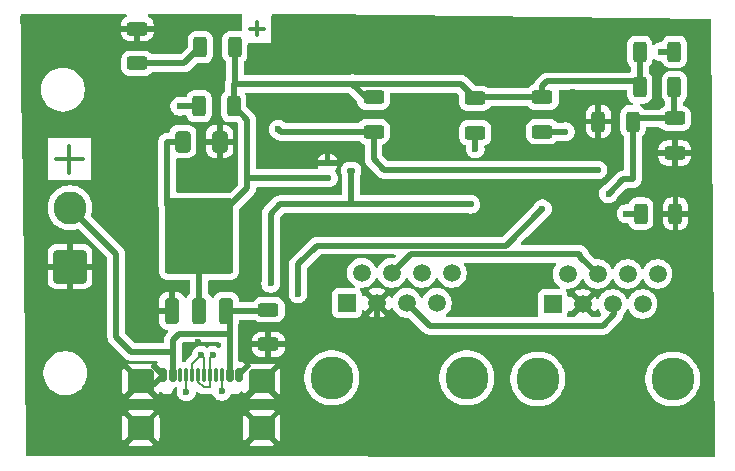
<source format=gbr>
%TF.GenerationSoftware,KiCad,Pcbnew,9.0.4*%
%TF.CreationDate,2025-09-12T08:49:21+02:00*%
%TF.ProjectId,inverter comms,696e7665-7274-4657-9220-636f6d6d732e,rev?*%
%TF.SameCoordinates,Original*%
%TF.FileFunction,Copper,L1,Top*%
%TF.FilePolarity,Positive*%
%FSLAX46Y46*%
G04 Gerber Fmt 4.6, Leading zero omitted, Abs format (unit mm)*
G04 Created by KiCad (PCBNEW 9.0.4) date 2025-09-12 08:49:21*
%MOMM*%
%LPD*%
G01*
G04 APERTURE LIST*
G04 Aperture macros list*
%AMRoundRect*
0 Rectangle with rounded corners*
0 $1 Rounding radius*
0 $2 $3 $4 $5 $6 $7 $8 $9 X,Y pos of 4 corners*
0 Add a 4 corners polygon primitive as box body*
4,1,4,$2,$3,$4,$5,$6,$7,$8,$9,$2,$3,0*
0 Add four circle primitives for the rounded corners*
1,1,$1+$1,$2,$3*
1,1,$1+$1,$4,$5*
1,1,$1+$1,$6,$7*
1,1,$1+$1,$8,$9*
0 Add four rect primitives between the rounded corners*
20,1,$1+$1,$2,$3,$4,$5,0*
20,1,$1+$1,$4,$5,$6,$7,0*
20,1,$1+$1,$6,$7,$8,$9,0*
20,1,$1+$1,$8,$9,$2,$3,0*%
G04 Aperture macros list end*
%ADD10C,0.300000*%
%TA.AperFunction,NonConductor*%
%ADD11C,0.300000*%
%TD*%
%TA.AperFunction,WasherPad*%
%ADD12C,3.650000*%
%TD*%
%TA.AperFunction,ComponentPad*%
%ADD13R,1.500000X1.500000*%
%TD*%
%TA.AperFunction,ComponentPad*%
%ADD14C,1.500000*%
%TD*%
%TA.AperFunction,SMDPad,CuDef*%
%ADD15RoundRect,0.250000X-0.312500X-0.625000X0.312500X-0.625000X0.312500X0.625000X-0.312500X0.625000X0*%
%TD*%
%TA.AperFunction,ComponentPad*%
%ADD16RoundRect,0.250001X1.149999X-1.149999X1.149999X1.149999X-1.149999X1.149999X-1.149999X-1.149999X0*%
%TD*%
%TA.AperFunction,ComponentPad*%
%ADD17C,2.800000*%
%TD*%
%TA.AperFunction,SMDPad,CuDef*%
%ADD18RoundRect,0.250000X-0.412500X-0.650000X0.412500X-0.650000X0.412500X0.650000X-0.412500X0.650000X0*%
%TD*%
%TA.AperFunction,SMDPad,CuDef*%
%ADD19RoundRect,0.112500X-0.237500X0.112500X-0.237500X-0.112500X0.237500X-0.112500X0.237500X0.112500X0*%
%TD*%
%TA.AperFunction,SMDPad,CuDef*%
%ADD20RoundRect,0.150000X-0.150000X-0.425000X0.150000X-0.425000X0.150000X0.425000X-0.150000X0.425000X0*%
%TD*%
%TA.AperFunction,SMDPad,CuDef*%
%ADD21RoundRect,0.075000X-0.075000X-0.500000X0.075000X-0.500000X0.075000X0.500000X-0.075000X0.500000X0*%
%TD*%
%TA.AperFunction,SMDPad,CuDef*%
%ADD22RoundRect,0.250000X-0.840000X-0.750000X0.840000X-0.750000X0.840000X0.750000X-0.840000X0.750000X0*%
%TD*%
%TA.AperFunction,SMDPad,CuDef*%
%ADD23RoundRect,0.250000X0.350000X-0.850000X0.350000X0.850000X-0.350000X0.850000X-0.350000X-0.850000X0*%
%TD*%
%TA.AperFunction,SMDPad,CuDef*%
%ADD24RoundRect,0.249997X2.650003X-2.950003X2.650003X2.950003X-2.650003X2.950003X-2.650003X-2.950003X0*%
%TD*%
%TA.AperFunction,SMDPad,CuDef*%
%ADD25RoundRect,0.250000X-0.625000X0.312500X-0.625000X-0.312500X0.625000X-0.312500X0.625000X0.312500X0*%
%TD*%
%TA.AperFunction,SMDPad,CuDef*%
%ADD26RoundRect,0.250000X0.625000X-0.312500X0.625000X0.312500X-0.625000X0.312500X-0.625000X-0.312500X0*%
%TD*%
%TA.AperFunction,SMDPad,CuDef*%
%ADD27RoundRect,0.250000X0.312500X0.625000X-0.312500X0.625000X-0.312500X-0.625000X0.312500X-0.625000X0*%
%TD*%
%TA.AperFunction,HeatsinkPad*%
%ADD28C,0.600000*%
%TD*%
%TA.AperFunction,ViaPad*%
%ADD29C,0.600000*%
%TD*%
%TA.AperFunction,Conductor*%
%ADD30C,0.500000*%
%TD*%
%TA.AperFunction,Conductor*%
%ADD31C,0.200000*%
%TD*%
G04 APERTURE END LIST*
D10*
D11*
X123254510Y-67429400D02*
X124397368Y-67429400D01*
X123825939Y-68000828D02*
X123825939Y-66857971D01*
D10*
D11*
X106811653Y-78474400D02*
X109097368Y-78474400D01*
X107954510Y-79617257D02*
X107954510Y-77331542D01*
D12*
%TO.P,J1,*%
%TO.N,*%
X147600000Y-97100000D03*
X159030000Y-97100000D03*
D13*
%TO.P,J1,1*%
%TO.N,BUS B*%
X148870000Y-90750000D03*
D14*
%TO.P,J1,2*%
%TO.N,BUS A*%
X150140000Y-88210000D03*
%TO.P,J1,3*%
%TO.N,GND*%
X151410000Y-90750000D03*
%TO.P,J1,4*%
%TO.N,Net-(J1-Pad4)*%
X152680000Y-88210000D03*
%TO.P,J1,5*%
%TO.N,Net-(J1-Pad5)*%
X153950000Y-90750000D03*
%TO.P,J1,6*%
%TO.N,unconnected-(J1-Pad6)*%
X155220000Y-88210000D03*
%TO.P,J1,7*%
%TO.N,unconnected-(J1-Pad7)*%
X156490000Y-90750000D03*
%TO.P,J1,8*%
%TO.N,unconnected-(J1-Pad8)*%
X157760000Y-88210000D03*
%TD*%
D15*
%TO.P,R4,1*%
%TO.N,+3.3V*%
X156237500Y-69400000D03*
%TO.P,R4,2*%
%TO.N,BUS A*%
X159162500Y-69400000D03*
%TD*%
D16*
%TO.P,J4,1,Pin_1*%
%TO.N,GND*%
X108000000Y-87600000D03*
D17*
%TO.P,J4,2,Pin_2*%
%TO.N,5V*%
X108000000Y-82600000D03*
%TD*%
D18*
%TO.P,C5,1*%
%TO.N,+3.3V*%
X117537500Y-77000000D03*
%TO.P,C5,2*%
%TO.N,GND*%
X120662500Y-77000000D03*
%TD*%
D19*
%TO.P,D2,1*%
%TO.N,GND*%
X129800000Y-78800000D03*
%TO.P,D2,2*%
%TO.N,+3.3V*%
X129800000Y-80100000D03*
%TO.P,D2,3*%
%TO.N,USB D-*%
X131800000Y-79450000D03*
%TD*%
D20*
%TO.P,J3,A1,GND*%
%TO.N,GND*%
X115905000Y-96730000D03*
%TO.P,J3,A4,VBUS*%
%TO.N,5V*%
X116705000Y-96730000D03*
D21*
%TO.P,J3,A5,CC1*%
%TO.N,Net-(J3-CC1)*%
X117855000Y-96730000D03*
%TO.P,J3,A6,D+*%
%TO.N,USB D+*%
X118855000Y-96730000D03*
%TO.P,J3,A7,D-*%
%TO.N,USB D-*%
X119355000Y-96730000D03*
%TO.P,J3,A8*%
%TO.N,N/C*%
X120355000Y-96730000D03*
D20*
%TO.P,J3,A9,VBUS*%
%TO.N,5V*%
X121505000Y-96730000D03*
%TO.P,J3,A12,GND*%
%TO.N,GND*%
X122305000Y-96730000D03*
%TO.P,J3,B1,GND*%
X122305000Y-96730000D03*
%TO.P,J3,B4,VBUS*%
%TO.N,5V*%
X121505000Y-96730000D03*
D21*
%TO.P,J3,B5,CC2*%
%TO.N,Net-(J3-CC2)*%
X120855000Y-96730000D03*
%TO.P,J3,B6,D+*%
%TO.N,USB D+*%
X119855000Y-96730000D03*
%TO.P,J3,B7,D-*%
%TO.N,USB D-*%
X118355000Y-96730000D03*
%TO.P,J3,B8*%
%TO.N,N/C*%
X117355000Y-96730000D03*
D20*
%TO.P,J3,B9,VBUS*%
%TO.N,5V*%
X116705000Y-96730000D03*
%TO.P,J3,B12,GND*%
%TO.N,GND*%
X115905000Y-96730000D03*
D22*
%TO.P,J3,S1,SHIELD*%
X113995000Y-97305000D03*
X113995000Y-101235000D03*
X124215000Y-97305000D03*
X124215000Y-101235000D03*
%TD*%
D23*
%TO.P,U3,1,GND*%
%TO.N,GND*%
X116645000Y-91325000D03*
%TO.P,U3,2,VO*%
%TO.N,+3.3V*%
X118925000Y-91325000D03*
D24*
X118925000Y-85025000D03*
D23*
%TO.P,U3,3,VI*%
%TO.N,5V*%
X121205000Y-91325000D03*
%TD*%
D25*
%TO.P,C4,1*%
%TO.N,Net-(U2-VCC)*%
X159200000Y-75037500D03*
%TO.P,C4,2*%
%TO.N,GND*%
X159200000Y-77962500D03*
%TD*%
D26*
%TO.P,R8,1*%
%TO.N,DIRECTION*%
X133700000Y-76162500D03*
%TO.P,R8,2*%
%TO.N,+3.3V*%
X133700000Y-73237500D03*
%TD*%
D27*
%TO.P,C2,1*%
%TO.N,Net-(U2-VCC)*%
X155662500Y-75300000D03*
%TO.P,C2,2*%
%TO.N,GND*%
X152737500Y-75300000D03*
%TD*%
D26*
%TO.P,R6,1*%
%TO.N,MCU TX*%
X148000000Y-76162500D03*
%TO.P,R6,2*%
%TO.N,+3.3V*%
X148000000Y-73237500D03*
%TD*%
D27*
%TO.P,D3,1,K*%
%TO.N,+3.3V*%
X121962500Y-69000000D03*
%TO.P,D3,2,A*%
%TO.N,Net-(D3-A)*%
X119037500Y-69000000D03*
%TD*%
D12*
%TO.P,J2,*%
%TO.N,*%
X130170000Y-97000000D03*
X141600000Y-97000000D03*
D13*
%TO.P,J2,1*%
%TO.N,unconnected-(J2-Pad1)*%
X131440000Y-90650000D03*
D14*
%TO.P,J2,2*%
%TO.N,unconnected-(J2-Pad2)*%
X132710000Y-88110000D03*
%TO.P,J2,3*%
%TO.N,GND*%
X133980000Y-90650000D03*
%TO.P,J2,4*%
%TO.N,Net-(J1-Pad4)*%
X135250000Y-88110000D03*
%TO.P,J2,5*%
%TO.N,Net-(J1-Pad5)*%
X136520000Y-90650000D03*
%TO.P,J2,6*%
%TO.N,unconnected-(J2-Pad6)*%
X137790000Y-88110000D03*
%TO.P,J2,7*%
%TO.N,unconnected-(J2-Pad7)*%
X139060000Y-90650000D03*
%TO.P,J2,8*%
%TO.N,unconnected-(J2-Pad8)*%
X140330000Y-88110000D03*
%TD*%
D15*
%TO.P,R5,1*%
%TO.N,BUS B*%
X156337500Y-83100000D03*
%TO.P,R5,2*%
%TO.N,GND*%
X159262500Y-83100000D03*
%TD*%
D27*
%TO.P,D1,1,K*%
%TO.N,+3.3V*%
X121862500Y-74000000D03*
%TO.P,D1,2,A*%
%TO.N,Net-(D1-A)*%
X118937500Y-74000000D03*
%TD*%
D26*
%TO.P,R7,1*%
%TO.N,MCU RX*%
X142300000Y-76262500D03*
%TO.P,R7,2*%
%TO.N,+3.3V*%
X142300000Y-73337500D03*
%TD*%
D25*
%TO.P,C6,1*%
%TO.N,5V*%
X124800000Y-91237500D03*
%TO.P,C6,2*%
%TO.N,GND*%
X124800000Y-94162500D03*
%TD*%
D26*
%TO.P,R9,1*%
%TO.N,Net-(D3-A)*%
X113700000Y-70362500D03*
%TO.P,R9,2*%
%TO.N,GND*%
X113700000Y-67437500D03*
%TD*%
D15*
%TO.P,R2,1*%
%TO.N,+3.3V*%
X156237500Y-72400000D03*
%TO.P,R2,2*%
%TO.N,Net-(U2-VCC)*%
X159162500Y-72400000D03*
%TD*%
D28*
%TO.P,U1,41,GND*%
%TO.N,GND*%
X139387500Y-75490000D03*
X139387500Y-74090000D03*
X138687500Y-76190000D03*
X138687500Y-74790000D03*
X138687500Y-73390000D03*
X137987500Y-75490000D03*
X137987500Y-74090000D03*
X137287500Y-76190000D03*
X137287500Y-74790000D03*
X137287500Y-73390000D03*
X136587500Y-75490000D03*
X136587500Y-74090000D03*
%TD*%
D29*
%TO.N,+3.3V*%
X118900000Y-92100000D03*
X131900000Y-72100000D03*
%TO.N,GND*%
X124600000Y-73900000D03*
X153700000Y-95400000D03*
X112900000Y-74600000D03*
X135900000Y-94700000D03*
X131500000Y-68700000D03*
X118800000Y-94000000D03*
X150600000Y-72800000D03*
X119400000Y-100200000D03*
X113200000Y-93000000D03*
X126000000Y-88000000D03*
X154500000Y-67600000D03*
%TO.N,Net-(J3-CC1)*%
X117855000Y-98200000D03*
%TO.N,Net-(J3-CC2)*%
X120856970Y-98136662D03*
%TO.N,BUS B*%
X155100000Y-83100000D03*
%TO.N,BUS A*%
X158000000Y-69400000D03*
%TO.N,MCU TX*%
X149937500Y-76162500D03*
%TO.N,MCU RX*%
X142300000Y-77600000D03*
%TO.N,DIRECTION*%
X152700000Y-79400000D03*
X125640425Y-75964001D03*
%TO.N,USB D+*%
X148000000Y-82700000D03*
X120100000Y-95100000D03*
X127300000Y-89900000D03*
%TO.N,Net-(D1-A)*%
X117300000Y-74000000D03*
%TO.N,USB D-*%
X119100000Y-95100000D03*
X125000000Y-89000000D03*
X141910000Y-82310000D03*
%TO.N,Net-(U2-VCC)*%
X153600000Y-81400000D03*
%TD*%
D30*
%TO.N,+3.3V*%
X121862500Y-74000000D02*
X123000000Y-75137500D01*
X121962500Y-72037500D02*
X121900000Y-72100000D01*
X116237500Y-82337500D02*
X118925000Y-85025000D01*
X123000000Y-80950000D02*
X118925000Y-85025000D01*
X148000000Y-72300000D02*
X148400000Y-71900000D01*
X148000000Y-73237500D02*
X142400000Y-73237500D01*
X142300000Y-73337500D02*
X141062500Y-72100000D01*
X121900000Y-72100000D02*
X131900000Y-72100000D01*
X118925000Y-91325000D02*
X118925000Y-85025000D01*
X133037500Y-73237500D02*
X131900000Y-72100000D01*
X133700000Y-73237500D02*
X133037500Y-73237500D01*
X155737500Y-71900000D02*
X156237500Y-72400000D01*
X142400000Y-73237500D02*
X142300000Y-73337500D01*
X121862500Y-74000000D02*
X121862500Y-72137500D01*
X121862500Y-72137500D02*
X121900000Y-72100000D01*
X117537500Y-77000000D02*
X116237500Y-77000000D01*
X129800000Y-80100000D02*
X123100000Y-80100000D01*
X156237500Y-69400000D02*
X156237500Y-72400000D01*
X118925000Y-92075000D02*
X118900000Y-92100000D01*
X123000000Y-80200000D02*
X123000000Y-80950000D01*
X121962500Y-69000000D02*
X121962500Y-72037500D01*
X118925000Y-91325000D02*
X118925000Y-92075000D01*
X141062500Y-72100000D02*
X131900000Y-72100000D01*
X148400000Y-71900000D02*
X155737500Y-71900000D01*
X148000000Y-73237500D02*
X148000000Y-72300000D01*
X123100000Y-80100000D02*
X123000000Y-80200000D01*
X123000000Y-75137500D02*
X123000000Y-80200000D01*
X116237500Y-77000000D02*
X116237500Y-82337500D01*
%TO.N,GND*%
X132300000Y-93600000D02*
X127900000Y-93600000D01*
X127900000Y-93600000D02*
X127337500Y-94162500D01*
X133980000Y-91920000D02*
X132300000Y-93600000D01*
X127337500Y-94162500D02*
X124800000Y-94162500D01*
X116645000Y-91325000D02*
X116266000Y-91704000D01*
X133980000Y-90650000D02*
X133980000Y-91920000D01*
D31*
%TO.N,Net-(J3-CC1)*%
X117855000Y-96730000D02*
X117855000Y-98200000D01*
%TO.N,Net-(J3-CC2)*%
X120855000Y-98134692D02*
X120856970Y-98136662D01*
X120855000Y-96730000D02*
X120855000Y-98134692D01*
D30*
%TO.N,Net-(D3-A)*%
X117675000Y-70362500D02*
X119037500Y-69000000D01*
X113700000Y-70362500D02*
X117675000Y-70362500D01*
%TO.N,Net-(J1-Pad4)*%
X151100000Y-86500000D02*
X136860000Y-86500000D01*
X152680000Y-88210000D02*
X151200000Y-86730000D01*
X136860000Y-86500000D02*
X135250000Y-88110000D01*
X151200000Y-86600000D02*
X151100000Y-86500000D01*
X151200000Y-86730000D02*
X151200000Y-86600000D01*
%TO.N,BUS B*%
X156337500Y-83100000D02*
X155100000Y-83100000D01*
%TO.N,BUS A*%
X159162500Y-69400000D02*
X158000000Y-69400000D01*
%TO.N,Net-(J1-Pad5)*%
X154100000Y-90900000D02*
X153950000Y-90750000D01*
X154100000Y-91600000D02*
X154100000Y-90900000D01*
X153100000Y-92600000D02*
X154100000Y-91600000D01*
X138470000Y-92600000D02*
X153100000Y-92600000D01*
X136520000Y-90650000D02*
X138470000Y-92600000D01*
%TO.N,MCU TX*%
X148000000Y-76162500D02*
X149937500Y-76162500D01*
%TO.N,MCU RX*%
X142300000Y-76262500D02*
X142300000Y-77600000D01*
%TO.N,DIRECTION*%
X133700000Y-78500000D02*
X133700000Y-76162500D01*
X125838924Y-76162500D02*
X125640425Y-75964001D01*
X133700000Y-76162500D02*
X125838924Y-76162500D01*
X134600000Y-79400000D02*
X133700000Y-78500000D01*
X152700000Y-79400000D02*
X134600000Y-79400000D01*
%TO.N,USB D+*%
X128901000Y-85799000D02*
X127300000Y-87400000D01*
X127300000Y-87400000D02*
X127300000Y-89900000D01*
D31*
X119855000Y-97745000D02*
X119800000Y-97800000D01*
X119800000Y-97800000D02*
X119316176Y-97800000D01*
X118855000Y-97338824D02*
X118855000Y-96730000D01*
X119855000Y-96730000D02*
X119855000Y-97745000D01*
X119855000Y-95345000D02*
X120100000Y-95100000D01*
D30*
X128901000Y-85799000D02*
X144901000Y-85799000D01*
D31*
X119855000Y-96730000D02*
X119855000Y-95345000D01*
D30*
X148000000Y-82700000D02*
X144901000Y-85799000D01*
D31*
X119316176Y-97800000D02*
X118855000Y-97338824D01*
D30*
%TO.N,Net-(D1-A)*%
X118937500Y-74000000D02*
X117300000Y-74000000D01*
%TO.N,USB D-*%
X131800000Y-79450000D02*
X131800000Y-82210000D01*
X125790000Y-82310000D02*
X125000000Y-83100000D01*
X131700000Y-82310000D02*
X125790000Y-82310000D01*
X131800000Y-82210000D02*
X131700000Y-82310000D01*
D31*
X119355000Y-96730000D02*
X119355000Y-95355000D01*
D30*
X125000000Y-83100000D02*
X125000000Y-89000000D01*
D31*
X118355000Y-96730000D02*
X118355000Y-95845000D01*
D30*
X141910000Y-82310000D02*
X131700000Y-82310000D01*
D31*
X118355000Y-95845000D02*
X119100000Y-95100000D01*
X119355000Y-95355000D02*
X119100000Y-95100000D01*
D30*
%TO.N,Net-(U2-VCC)*%
X155662500Y-80137500D02*
X155600000Y-80200000D01*
X155662500Y-75300000D02*
X155662500Y-80137500D01*
X159200000Y-75037500D02*
X155925000Y-75037500D01*
X153600000Y-81400000D02*
X154800000Y-80200000D01*
X159162500Y-75000000D02*
X159200000Y-75037500D01*
X159162500Y-72400000D02*
X159162500Y-75000000D01*
X155925000Y-75037500D02*
X155662500Y-75300000D01*
X154800000Y-80200000D02*
X155600000Y-80200000D01*
%TO.N,5V*%
X121205000Y-91325000D02*
X124712500Y-91325000D01*
X121505000Y-93300000D02*
X121454000Y-93249000D01*
X111900000Y-86500000D02*
X111900000Y-93500000D01*
X121505000Y-91625000D02*
X121505000Y-93300000D01*
X121205000Y-91325000D02*
X121505000Y-91625000D01*
X111900000Y-93500000D02*
X113200000Y-94800000D01*
X121454000Y-93249000D02*
X117251000Y-93249000D01*
X117251000Y-93249000D02*
X116705000Y-93795000D01*
X124712500Y-91325000D02*
X124800000Y-91237500D01*
X108000000Y-82600000D02*
X111900000Y-86500000D01*
X121505000Y-93300000D02*
X121505000Y-96730000D01*
X116705000Y-93795000D02*
X116705000Y-94800000D01*
X113200000Y-94800000D02*
X116705000Y-94800000D01*
X116705000Y-94800000D02*
X116705000Y-96730000D01*
%TD*%
%TA.AperFunction,Conductor*%
%TO.N,GND*%
G36*
X149115090Y-87270185D02*
G01*
X149160845Y-87322989D01*
X149170789Y-87392147D01*
X149148369Y-87447383D01*
X149143131Y-87454595D01*
X149070476Y-87554594D01*
X148981117Y-87729970D01*
X148920290Y-87917173D01*
X148889500Y-88111577D01*
X148889500Y-88308422D01*
X148920290Y-88502826D01*
X148981117Y-88690029D01*
X149020087Y-88766511D01*
X149070476Y-88865405D01*
X149186172Y-89024646D01*
X149325354Y-89163828D01*
X149478619Y-89275182D01*
X149521284Y-89330512D01*
X149527263Y-89400126D01*
X149494657Y-89461921D01*
X149433818Y-89496278D01*
X149405733Y-89499500D01*
X148072129Y-89499500D01*
X148072123Y-89499501D01*
X148012516Y-89505908D01*
X147877671Y-89556202D01*
X147877664Y-89556206D01*
X147762455Y-89642452D01*
X147762452Y-89642455D01*
X147676206Y-89757664D01*
X147676202Y-89757671D01*
X147625908Y-89892517D01*
X147621303Y-89935354D01*
X147619501Y-89952123D01*
X147619500Y-89952135D01*
X147619500Y-91547870D01*
X147619501Y-91547876D01*
X147625908Y-91607483D01*
X147653764Y-91682167D01*
X147658748Y-91751859D01*
X147625263Y-91813182D01*
X147563939Y-91846666D01*
X147537582Y-91849500D01*
X139918140Y-91849500D01*
X139851101Y-91829815D01*
X139805346Y-91777011D01*
X139795402Y-91707853D01*
X139824427Y-91644297D01*
X139845250Y-91625185D01*
X139874646Y-91603828D01*
X140013828Y-91464646D01*
X140129524Y-91305405D01*
X140218884Y-91130025D01*
X140279709Y-90942826D01*
X140310500Y-90748422D01*
X140310500Y-90551577D01*
X140279709Y-90357173D01*
X140228640Y-90200000D01*
X140218884Y-90169975D01*
X140218882Y-90169972D01*
X140218882Y-90169970D01*
X140171743Y-90077455D01*
X140129524Y-89994595D01*
X140013828Y-89835354D01*
X139874646Y-89696172D01*
X139715405Y-89580476D01*
X139540029Y-89491117D01*
X139352826Y-89430290D01*
X139158422Y-89399500D01*
X139158417Y-89399500D01*
X138961583Y-89399500D01*
X138961578Y-89399500D01*
X138767173Y-89430290D01*
X138579970Y-89491117D01*
X138404594Y-89580476D01*
X138319293Y-89642452D01*
X138245354Y-89696172D01*
X138245352Y-89696174D01*
X138245351Y-89696174D01*
X138106174Y-89835351D01*
X138106174Y-89835352D01*
X138106172Y-89835354D01*
X138056485Y-89903741D01*
X137990476Y-89994594D01*
X137900485Y-90171213D01*
X137852511Y-90222009D01*
X137784690Y-90238804D01*
X137718555Y-90216267D01*
X137679515Y-90171213D01*
X137637864Y-90089468D01*
X137589524Y-89994595D01*
X137473828Y-89835354D01*
X137334646Y-89696172D01*
X137175405Y-89580476D01*
X137000029Y-89491117D01*
X136812826Y-89430290D01*
X136618422Y-89399500D01*
X136618417Y-89399500D01*
X136421583Y-89399500D01*
X136421578Y-89399500D01*
X136227173Y-89430290D01*
X136039970Y-89491117D01*
X135864594Y-89580476D01*
X135779293Y-89642452D01*
X135705354Y-89696172D01*
X135705352Y-89696174D01*
X135705351Y-89696174D01*
X135566174Y-89835351D01*
X135566174Y-89835352D01*
X135566172Y-89835354D01*
X135516485Y-89903741D01*
X135450476Y-89994594D01*
X135360204Y-90171764D01*
X135312229Y-90222560D01*
X135244408Y-90239355D01*
X135178274Y-90216818D01*
X135139234Y-90171764D01*
X135049096Y-89994858D01*
X135023678Y-89959873D01*
X135023677Y-89959873D01*
X134422137Y-90561413D01*
X134399333Y-90476306D01*
X134340090Y-90373694D01*
X134256306Y-90289910D01*
X134153694Y-90230667D01*
X134068584Y-90207861D01*
X134670125Y-89606320D01*
X134670125Y-89606319D01*
X134635145Y-89580905D01*
X134459835Y-89491581D01*
X134272705Y-89430778D01*
X134078382Y-89400000D01*
X133881618Y-89400000D01*
X133687294Y-89430778D01*
X133500161Y-89491582D01*
X133324863Y-89580899D01*
X133324859Y-89580902D01*
X133289873Y-89606320D01*
X133289872Y-89606320D01*
X133891415Y-90207861D01*
X133806306Y-90230667D01*
X133703694Y-90289910D01*
X133619910Y-90373694D01*
X133560667Y-90476306D01*
X133537861Y-90561414D01*
X132936320Y-89959872D01*
X132936319Y-89959873D01*
X132914819Y-89989468D01*
X132859490Y-90032135D01*
X132789877Y-90038116D01*
X132728081Y-90005512D01*
X132693722Y-89944674D01*
X132690499Y-89916585D01*
X132690499Y-89852129D01*
X132690498Y-89852123D01*
X132690497Y-89852116D01*
X132684091Y-89792517D01*
X132683391Y-89790641D01*
X132662639Y-89735001D01*
X132633796Y-89657669D01*
X132556647Y-89554611D01*
X132553873Y-89550168D01*
X132545825Y-89521368D01*
X132535373Y-89493347D01*
X132536520Y-89488072D01*
X132535068Y-89482876D01*
X132543867Y-89454297D01*
X132550224Y-89425074D01*
X132554039Y-89421258D01*
X132555628Y-89416100D01*
X132578482Y-89396815D01*
X132599629Y-89375668D01*
X132605241Y-89374235D01*
X132609027Y-89371041D01*
X132626882Y-89368711D01*
X132659057Y-89360500D01*
X132808422Y-89360500D01*
X133002826Y-89329709D01*
X133190025Y-89268884D01*
X133365405Y-89179524D01*
X133524646Y-89063828D01*
X133663828Y-88924646D01*
X133779524Y-88765405D01*
X133794147Y-88736706D01*
X133869515Y-88588787D01*
X133917489Y-88537990D01*
X133985310Y-88521195D01*
X134051445Y-88543732D01*
X134090485Y-88588787D01*
X134180474Y-88765403D01*
X134205600Y-88799985D01*
X134296172Y-88924646D01*
X134435354Y-89063828D01*
X134594595Y-89179524D01*
X134670784Y-89218344D01*
X134769970Y-89268882D01*
X134769972Y-89268882D01*
X134769975Y-89268884D01*
X134866127Y-89300126D01*
X134957173Y-89329709D01*
X135151578Y-89360500D01*
X135151583Y-89360500D01*
X135348422Y-89360500D01*
X135542826Y-89329709D01*
X135730025Y-89268884D01*
X135905405Y-89179524D01*
X136064646Y-89063828D01*
X136203828Y-88924646D01*
X136319524Y-88765405D01*
X136334147Y-88736706D01*
X136409515Y-88588787D01*
X136457489Y-88537990D01*
X136525310Y-88521195D01*
X136591445Y-88543732D01*
X136630485Y-88588787D01*
X136720474Y-88765403D01*
X136745600Y-88799985D01*
X136836172Y-88924646D01*
X136975354Y-89063828D01*
X137134595Y-89179524D01*
X137210784Y-89218344D01*
X137309970Y-89268882D01*
X137309972Y-89268882D01*
X137309975Y-89268884D01*
X137406127Y-89300126D01*
X137497173Y-89329709D01*
X137691578Y-89360500D01*
X137691583Y-89360500D01*
X137888422Y-89360500D01*
X138082826Y-89329709D01*
X138270025Y-89268884D01*
X138445405Y-89179524D01*
X138604646Y-89063828D01*
X138743828Y-88924646D01*
X138859524Y-88765405D01*
X138874147Y-88736706D01*
X138949515Y-88588787D01*
X138997489Y-88537990D01*
X139065310Y-88521195D01*
X139131445Y-88543732D01*
X139170485Y-88588787D01*
X139260474Y-88765403D01*
X139285600Y-88799985D01*
X139376172Y-88924646D01*
X139515354Y-89063828D01*
X139674595Y-89179524D01*
X139750784Y-89218344D01*
X139849970Y-89268882D01*
X139849972Y-89268882D01*
X139849975Y-89268884D01*
X139946127Y-89300126D01*
X140037173Y-89329709D01*
X140231578Y-89360500D01*
X140231583Y-89360500D01*
X140428422Y-89360500D01*
X140622826Y-89329709D01*
X140810025Y-89268884D01*
X140985405Y-89179524D01*
X141144646Y-89063828D01*
X141283828Y-88924646D01*
X141399524Y-88765405D01*
X141488884Y-88590025D01*
X141549709Y-88402826D01*
X141566892Y-88294336D01*
X141580500Y-88208422D01*
X141580500Y-88011577D01*
X141549709Y-87817173D01*
X141503367Y-87674549D01*
X141488884Y-87629975D01*
X141488882Y-87629972D01*
X141488882Y-87629970D01*
X141399523Y-87454593D01*
X141394287Y-87447387D01*
X141370806Y-87381581D01*
X141386630Y-87313527D01*
X141436735Y-87264831D01*
X141494604Y-87250500D01*
X149048051Y-87250500D01*
X149115090Y-87270185D01*
G37*
%TD.AperFunction*%
%TA.AperFunction,Conductor*%
G36*
X150990667Y-90923694D02*
G01*
X151049910Y-91026306D01*
X151133694Y-91110090D01*
X151236306Y-91169333D01*
X151321414Y-91192137D01*
X150700370Y-91813181D01*
X150639047Y-91846666D01*
X150612689Y-91849500D01*
X150202418Y-91849500D01*
X150135379Y-91829815D01*
X150089624Y-91777011D01*
X150079680Y-91707853D01*
X150080250Y-91704264D01*
X150082219Y-91692936D01*
X150114091Y-91607483D01*
X150120500Y-91547873D01*
X150120499Y-91472712D01*
X150122331Y-91462179D01*
X150133233Y-91440047D01*
X150140183Y-91416377D01*
X150148400Y-91409256D01*
X150153206Y-91399501D01*
X150174341Y-91386777D01*
X150192986Y-91370621D01*
X150203749Y-91369073D01*
X150213066Y-91363465D01*
X150237725Y-91364188D01*
X150262144Y-91360677D01*
X150272035Y-91365194D01*
X150282905Y-91365513D01*
X150303259Y-91379453D01*
X150325700Y-91389701D01*
X150338354Y-91403488D01*
X150340551Y-91404993D01*
X150341244Y-91406637D01*
X150344818Y-91410531D01*
X150366319Y-91440125D01*
X150366320Y-91440125D01*
X150967861Y-90838584D01*
X150990667Y-90923694D01*
G37*
%TD.AperFunction*%
%TA.AperFunction,Conductor*%
G36*
X152453678Y-91440126D02*
G01*
X152453678Y-91440125D01*
X152479097Y-91405141D01*
X152569234Y-91228236D01*
X152617208Y-91177439D01*
X152685029Y-91160644D01*
X152751164Y-91183181D01*
X152790204Y-91228235D01*
X152791115Y-91230024D01*
X152791116Y-91230025D01*
X152880341Y-91405141D01*
X152880478Y-91405408D01*
X152966666Y-91524036D01*
X152978115Y-91556125D01*
X152990032Y-91588074D01*
X152989836Y-91588973D01*
X152990146Y-91589842D01*
X152982415Y-91623088D01*
X152975180Y-91656347D01*
X152974456Y-91657313D01*
X152974321Y-91657896D01*
X152954030Y-91684602D01*
X152825449Y-91813182D01*
X152764129Y-91846666D01*
X152737770Y-91849500D01*
X152207310Y-91849500D01*
X152140271Y-91829815D01*
X152119629Y-91813181D01*
X151498585Y-91192137D01*
X151583694Y-91169333D01*
X151686306Y-91110090D01*
X151770090Y-91026306D01*
X151829333Y-90923694D01*
X151852137Y-90838585D01*
X152453678Y-91440126D01*
G37*
%TD.AperFunction*%
%TA.AperFunction,Conductor*%
G36*
X112779195Y-66220185D02*
G01*
X112824950Y-66272989D01*
X112834894Y-66342147D01*
X112805869Y-66405703D01*
X112761389Y-66435378D01*
X112762421Y-66437592D01*
X112755875Y-66440643D01*
X112606654Y-66532684D01*
X112482684Y-66656654D01*
X112390643Y-66805875D01*
X112390641Y-66805880D01*
X112335494Y-66972302D01*
X112335493Y-66972309D01*
X112325000Y-67075013D01*
X112325000Y-67187500D01*
X115074999Y-67187500D01*
X115074999Y-67075028D01*
X115074998Y-67075013D01*
X115064505Y-66972302D01*
X115009358Y-66805880D01*
X115009356Y-66805875D01*
X114917315Y-66656654D01*
X114793345Y-66532684D01*
X114644124Y-66440643D01*
X114637579Y-66437592D01*
X114638701Y-66435184D01*
X114591400Y-66402439D01*
X114564573Y-66337924D01*
X114576884Y-66269148D01*
X114624424Y-66217945D01*
X114687844Y-66200500D01*
X122475010Y-66200500D01*
X122542049Y-66220185D01*
X122587804Y-66272989D01*
X122599010Y-66324500D01*
X122599010Y-67520015D01*
X122579325Y-67587054D01*
X122526521Y-67632809D01*
X122457363Y-67642753D01*
X122436010Y-67637722D01*
X122427800Y-67635002D01*
X122427795Y-67635000D01*
X122325010Y-67624500D01*
X121599998Y-67624500D01*
X121599980Y-67624501D01*
X121497203Y-67635000D01*
X121497200Y-67635001D01*
X121330668Y-67690185D01*
X121330663Y-67690187D01*
X121181342Y-67782289D01*
X121057289Y-67906342D01*
X120965187Y-68055663D01*
X120965185Y-68055668D01*
X120953747Y-68090186D01*
X120910001Y-68222203D01*
X120910001Y-68222204D01*
X120910000Y-68222204D01*
X120899500Y-68324983D01*
X120899500Y-69675001D01*
X120899501Y-69675018D01*
X120910000Y-69777796D01*
X120910001Y-69777799D01*
X120965185Y-69944331D01*
X120965187Y-69944336D01*
X121057289Y-70093657D01*
X121175681Y-70212049D01*
X121209166Y-70273372D01*
X121212000Y-70299730D01*
X121212000Y-71723660D01*
X121198885Y-71776020D01*
X121199747Y-71776378D01*
X121140842Y-71918586D01*
X121140840Y-71918592D01*
X121112000Y-72063579D01*
X121112000Y-72700270D01*
X121092315Y-72767309D01*
X121075681Y-72787951D01*
X120957289Y-72906342D01*
X120865187Y-73055663D01*
X120865185Y-73055668D01*
X120858776Y-73075009D01*
X120810001Y-73222203D01*
X120810001Y-73222204D01*
X120810000Y-73222204D01*
X120799500Y-73324983D01*
X120799500Y-74675001D01*
X120799501Y-74675018D01*
X120810000Y-74777796D01*
X120810001Y-74777799D01*
X120856653Y-74918582D01*
X120865186Y-74944334D01*
X120957288Y-75093656D01*
X121081344Y-75217712D01*
X121230666Y-75309814D01*
X121397203Y-75364999D01*
X121499991Y-75375500D01*
X122125269Y-75375499D01*
X122154715Y-75384145D01*
X122184696Y-75390667D01*
X122189709Y-75394419D01*
X122192308Y-75395183D01*
X122212950Y-75411818D01*
X122213181Y-75412049D01*
X122246666Y-75473372D01*
X122249500Y-75499730D01*
X122249500Y-80587770D01*
X122229815Y-80654809D01*
X122213181Y-80675451D01*
X121600452Y-81288181D01*
X121539129Y-81321666D01*
X121512771Y-81324500D01*
X117112000Y-81324500D01*
X117044961Y-81304815D01*
X116999206Y-81252011D01*
X116988000Y-81200500D01*
X116988000Y-78524499D01*
X117007685Y-78457460D01*
X117060489Y-78411705D01*
X117111995Y-78400499D01*
X118000008Y-78400499D01*
X118000016Y-78400498D01*
X118000019Y-78400498D01*
X118056302Y-78394748D01*
X118102797Y-78389999D01*
X118269334Y-78334814D01*
X118418656Y-78242712D01*
X118542712Y-78118656D01*
X118634814Y-77969334D01*
X118689999Y-77802797D01*
X118700500Y-77700009D01*
X118700500Y-77699986D01*
X119500001Y-77699986D01*
X119510494Y-77802697D01*
X119565641Y-77969119D01*
X119565643Y-77969124D01*
X119657684Y-78118345D01*
X119781654Y-78242315D01*
X119930875Y-78334356D01*
X119930880Y-78334358D01*
X120097302Y-78389505D01*
X120097309Y-78389506D01*
X120200019Y-78399999D01*
X120412499Y-78399999D01*
X120912500Y-78399999D01*
X121124972Y-78399999D01*
X121124986Y-78399998D01*
X121227697Y-78389505D01*
X121394119Y-78334358D01*
X121394124Y-78334356D01*
X121543345Y-78242315D01*
X121667315Y-78118345D01*
X121759356Y-77969124D01*
X121759358Y-77969119D01*
X121814505Y-77802697D01*
X121814506Y-77802690D01*
X121824999Y-77699986D01*
X121825000Y-77699973D01*
X121825000Y-77250000D01*
X120912500Y-77250000D01*
X120912500Y-78399999D01*
X120412499Y-78399999D01*
X120412500Y-78399998D01*
X120412500Y-77250000D01*
X119500001Y-77250000D01*
X119500001Y-77699986D01*
X118700500Y-77699986D01*
X118700499Y-76965643D01*
X118700499Y-76300013D01*
X119500000Y-76300013D01*
X119500000Y-76750000D01*
X120412500Y-76750000D01*
X120912500Y-76750000D01*
X121824999Y-76750000D01*
X121824999Y-76300028D01*
X121824998Y-76300013D01*
X121814505Y-76197302D01*
X121759358Y-76030880D01*
X121759356Y-76030875D01*
X121667315Y-75881654D01*
X121543345Y-75757684D01*
X121394124Y-75665643D01*
X121394119Y-75665641D01*
X121227697Y-75610494D01*
X121227690Y-75610493D01*
X121124986Y-75600000D01*
X120912500Y-75600000D01*
X120912500Y-76750000D01*
X120412500Y-76750000D01*
X120412500Y-75600000D01*
X120200029Y-75600000D01*
X120200012Y-75600001D01*
X120097302Y-75610494D01*
X119930880Y-75665641D01*
X119930875Y-75665643D01*
X119781654Y-75757684D01*
X119657684Y-75881654D01*
X119565643Y-76030875D01*
X119565641Y-76030880D01*
X119510494Y-76197302D01*
X119510493Y-76197309D01*
X119500000Y-76300013D01*
X118700499Y-76300013D01*
X118700499Y-76299998D01*
X118700498Y-76299981D01*
X118689999Y-76197203D01*
X118689998Y-76197200D01*
X118634814Y-76030666D01*
X118542712Y-75881344D01*
X118418656Y-75757288D01*
X118321237Y-75697200D01*
X118269336Y-75665187D01*
X118269331Y-75665185D01*
X118230166Y-75652207D01*
X118102797Y-75610001D01*
X118102795Y-75610000D01*
X118000010Y-75599500D01*
X117074998Y-75599500D01*
X117074980Y-75599501D01*
X116972203Y-75610000D01*
X116972200Y-75610001D01*
X116805668Y-75665185D01*
X116805663Y-75665187D01*
X116656342Y-75757289D01*
X116532289Y-75881342D01*
X116440187Y-76030663D01*
X116440185Y-76030668D01*
X116424604Y-76077690D01*
X116395835Y-76164505D01*
X116356064Y-76221949D01*
X116291549Y-76248772D01*
X116278131Y-76249500D01*
X116163580Y-76249500D01*
X116018592Y-76278340D01*
X116018582Y-76278343D01*
X115882011Y-76334912D01*
X115881998Y-76334919D01*
X115759084Y-76417048D01*
X115759080Y-76417051D01*
X115654551Y-76521580D01*
X115654548Y-76521584D01*
X115572419Y-76644498D01*
X115572412Y-76644511D01*
X115515843Y-76781082D01*
X115515840Y-76781092D01*
X115487000Y-76926079D01*
X115487000Y-76926082D01*
X115487000Y-82411418D01*
X115487000Y-82411420D01*
X115486999Y-82411420D01*
X115515840Y-82556407D01*
X115517610Y-82562240D01*
X115516652Y-82562530D01*
X115524500Y-82601980D01*
X115524500Y-88025019D01*
X115535001Y-88127801D01*
X115590184Y-88294333D01*
X115590189Y-88294344D01*
X115682285Y-88443653D01*
X115682288Y-88443657D01*
X115806342Y-88567711D01*
X115806346Y-88567714D01*
X115955655Y-88659810D01*
X115955658Y-88659811D01*
X115955664Y-88659815D01*
X116122200Y-88714999D01*
X116224988Y-88725500D01*
X118050500Y-88725500D01*
X118117539Y-88745185D01*
X118163294Y-88797989D01*
X118174500Y-88849500D01*
X118174500Y-89771042D01*
X118154815Y-89838081D01*
X118115598Y-89876580D01*
X118106344Y-89882287D01*
X117982289Y-90006342D01*
X117890245Y-90155570D01*
X117838297Y-90202294D01*
X117769334Y-90213517D01*
X117705252Y-90185673D01*
X117679167Y-90155570D01*
X117587315Y-90006654D01*
X117463345Y-89882684D01*
X117314124Y-89790643D01*
X117314119Y-89790641D01*
X117147697Y-89735494D01*
X117147690Y-89735493D01*
X117044986Y-89725000D01*
X116895000Y-89725000D01*
X116895000Y-91201000D01*
X116875315Y-91268039D01*
X116822511Y-91313794D01*
X116771000Y-91325000D01*
X116645000Y-91325000D01*
X116645000Y-91451000D01*
X116625315Y-91518039D01*
X116572511Y-91563794D01*
X116521000Y-91575000D01*
X115545001Y-91575000D01*
X115545001Y-92224986D01*
X115555494Y-92327697D01*
X115610641Y-92494119D01*
X115610643Y-92494124D01*
X115702684Y-92643345D01*
X115826654Y-92767315D01*
X115975875Y-92859356D01*
X115975880Y-92859358D01*
X116142302Y-92914505D01*
X116142310Y-92914506D01*
X116229136Y-92923377D01*
X116293828Y-92949773D01*
X116333980Y-93006954D01*
X116336843Y-93076765D01*
X116304215Y-93134416D01*
X116122049Y-93316582D01*
X116122049Y-93316583D01*
X116099386Y-93350501D01*
X116039913Y-93439508D01*
X115983343Y-93576082D01*
X115983340Y-93576092D01*
X115954500Y-93721079D01*
X115954500Y-93925500D01*
X115934815Y-93992539D01*
X115882011Y-94038294D01*
X115830500Y-94049500D01*
X113562229Y-94049500D01*
X113495190Y-94029815D01*
X113474548Y-94013181D01*
X112686819Y-93225451D01*
X112653334Y-93164128D01*
X112650500Y-93137770D01*
X112650500Y-90425013D01*
X115545000Y-90425013D01*
X115545000Y-91075000D01*
X116395000Y-91075000D01*
X116395000Y-89725000D01*
X116245027Y-89725000D01*
X116245012Y-89725001D01*
X116142302Y-89735494D01*
X115975880Y-89790641D01*
X115975875Y-89790643D01*
X115826654Y-89882684D01*
X115702684Y-90006654D01*
X115610643Y-90155875D01*
X115610641Y-90155880D01*
X115555494Y-90322302D01*
X115555493Y-90322309D01*
X115545000Y-90425013D01*
X112650500Y-90425013D01*
X112650500Y-86426079D01*
X112621659Y-86281092D01*
X112621658Y-86281091D01*
X112621658Y-86281087D01*
X112606505Y-86244505D01*
X112565086Y-86144509D01*
X112565085Y-86144507D01*
X112555980Y-86130881D01*
X112532186Y-86095270D01*
X112532185Y-86095268D01*
X112482956Y-86021589D01*
X112482952Y-86021584D01*
X109824033Y-83362665D01*
X109790548Y-83301342D01*
X109795532Y-83231650D01*
X109797136Y-83227574D01*
X109803502Y-83212207D01*
X109867982Y-82971565D01*
X109900500Y-82724565D01*
X109900500Y-82475435D01*
X109867982Y-82228435D01*
X109803502Y-81987793D01*
X109721651Y-81790187D01*
X109708169Y-81757638D01*
X109708162Y-81757623D01*
X109583599Y-81541873D01*
X109431939Y-81344225D01*
X109431933Y-81344218D01*
X109255781Y-81168066D01*
X109255774Y-81168060D01*
X109058126Y-81016400D01*
X108842376Y-80891837D01*
X108842361Y-80891830D01*
X108612207Y-80796498D01*
X108371565Y-80732018D01*
X108371564Y-80732017D01*
X108371561Y-80732017D01*
X108124575Y-80699501D01*
X108124570Y-80699500D01*
X108124565Y-80699500D01*
X107875435Y-80699500D01*
X107875429Y-80699500D01*
X107875424Y-80699501D01*
X107628438Y-80732017D01*
X107387792Y-80796498D01*
X107157638Y-80891830D01*
X107157623Y-80891837D01*
X106941873Y-81016400D01*
X106744225Y-81168060D01*
X106744218Y-81168066D01*
X106568066Y-81344218D01*
X106568060Y-81344225D01*
X106416400Y-81541873D01*
X106291837Y-81757623D01*
X106291830Y-81757638D01*
X106196498Y-81987792D01*
X106132017Y-82228438D01*
X106099501Y-82475424D01*
X106099500Y-82475441D01*
X106099500Y-82724558D01*
X106099501Y-82724575D01*
X106131498Y-82967621D01*
X106132018Y-82971565D01*
X106158377Y-83069938D01*
X106196498Y-83212207D01*
X106291830Y-83442361D01*
X106291837Y-83442376D01*
X106416400Y-83658126D01*
X106568060Y-83855774D01*
X106568066Y-83855781D01*
X106744218Y-84031933D01*
X106744225Y-84031939D01*
X106941873Y-84183599D01*
X107157623Y-84308162D01*
X107157638Y-84308169D01*
X107256825Y-84349253D01*
X107387793Y-84403502D01*
X107628435Y-84467982D01*
X107875435Y-84500500D01*
X107875442Y-84500500D01*
X108124558Y-84500500D01*
X108124565Y-84500500D01*
X108371565Y-84467982D01*
X108612207Y-84403502D01*
X108627528Y-84397155D01*
X108696994Y-84389683D01*
X108759475Y-84420954D01*
X108762665Y-84424033D01*
X111113181Y-86774549D01*
X111146666Y-86835872D01*
X111149500Y-86862230D01*
X111149500Y-93573918D01*
X111149500Y-93573920D01*
X111149499Y-93573920D01*
X111178340Y-93718907D01*
X111178343Y-93718917D01*
X111234914Y-93855491D01*
X111234916Y-93855495D01*
X111253262Y-93882952D01*
X111253261Y-93882952D01*
X111317046Y-93978414D01*
X111317052Y-93978421D01*
X112617049Y-95278416D01*
X112721584Y-95382951D01*
X112721587Y-95382953D01*
X112721588Y-95382954D01*
X112844503Y-95465083D01*
X112844506Y-95465085D01*
X112894665Y-95485861D01*
X112901080Y-95488518D01*
X112981088Y-95521659D01*
X113097241Y-95544763D01*
X113120380Y-95549365D01*
X113126081Y-95550500D01*
X113126082Y-95550500D01*
X113126083Y-95550500D01*
X113273918Y-95550500D01*
X115300613Y-95550500D01*
X115367652Y-95570185D01*
X115413407Y-95622989D01*
X115423351Y-95692147D01*
X115394326Y-95755703D01*
X115363733Y-95781232D01*
X115353446Y-95787315D01*
X115353441Y-95787318D01*
X115334655Y-95806104D01*
X115868181Y-96339629D01*
X115901666Y-96400952D01*
X115904500Y-96427310D01*
X115904500Y-97032690D01*
X115884815Y-97099729D01*
X115868181Y-97120371D01*
X115239457Y-97749095D01*
X115178134Y-97782580D01*
X115108442Y-97777596D01*
X115064095Y-97749095D01*
X114885905Y-97570905D01*
X114852420Y-97509582D01*
X114857404Y-97439890D01*
X114885905Y-97395543D01*
X115551448Y-96730000D01*
X114885905Y-96064457D01*
X114852420Y-96003134D01*
X114857404Y-95933442D01*
X114885905Y-95889095D01*
X114962119Y-95812880D01*
X114884980Y-95805000D01*
X113105028Y-95805000D01*
X113105012Y-95805001D01*
X113002302Y-95815494D01*
X112894700Y-95851148D01*
X112894700Y-95851149D01*
X114171776Y-97128224D01*
X115480564Y-98437013D01*
X115480564Y-98437012D01*
X115519359Y-98374119D01*
X115568344Y-98226289D01*
X115608116Y-98168844D01*
X115672632Y-98142020D01*
X115741407Y-98154335D01*
X115773731Y-98177611D01*
X115861635Y-98265515D01*
X115992865Y-98341281D01*
X116139234Y-98380500D01*
X116139236Y-98380500D01*
X116290764Y-98380500D01*
X116290766Y-98380500D01*
X116437135Y-98341281D01*
X116568365Y-98265515D01*
X116675515Y-98158365D01*
X116751281Y-98027135D01*
X116786041Y-97897406D01*
X116798865Y-97876366D01*
X116807886Y-97853436D01*
X116816730Y-97847057D01*
X116822406Y-97837746D01*
X116844569Y-97826979D01*
X116864555Y-97812566D01*
X116879515Y-97810003D01*
X116885253Y-97807217D01*
X116899171Y-97805678D01*
X116902488Y-97805500D01*
X116920694Y-97805500D01*
X116957569Y-97802598D01*
X116957797Y-97802531D01*
X116961274Y-97802345D01*
X116993818Y-97810033D01*
X117026568Y-97816913D01*
X117027711Y-97818040D01*
X117029272Y-97818409D01*
X117052498Y-97842476D01*
X117076324Y-97865965D01*
X117076676Y-97867529D01*
X117077791Y-97868685D01*
X117084320Y-97901501D01*
X117091663Y-97934130D01*
X117091257Y-97936365D01*
X117091426Y-97937211D01*
X117090829Y-97938728D01*
X117086580Y-97962162D01*
X117085261Y-97966509D01*
X117054500Y-98121153D01*
X117054500Y-98278846D01*
X117085261Y-98433489D01*
X117085264Y-98433501D01*
X117145602Y-98579172D01*
X117145609Y-98579185D01*
X117233210Y-98710288D01*
X117233213Y-98710292D01*
X117344707Y-98821786D01*
X117344711Y-98821789D01*
X117475814Y-98909390D01*
X117475827Y-98909397D01*
X117621498Y-98969735D01*
X117621503Y-98969737D01*
X117776153Y-99000499D01*
X117776156Y-99000500D01*
X117776158Y-99000500D01*
X117933844Y-99000500D01*
X117933845Y-99000499D01*
X118088497Y-98969737D01*
X118234179Y-98909394D01*
X118365289Y-98821789D01*
X118476789Y-98710289D01*
X118564394Y-98579179D01*
X118624737Y-98433497D01*
X118644936Y-98331951D01*
X118655500Y-98278845D01*
X118655829Y-98275504D01*
X118656490Y-98273865D01*
X118656689Y-98272868D01*
X118656878Y-98272905D01*
X118681987Y-98210716D01*
X118739021Y-98170355D01*
X118808821Y-98167236D01*
X118866913Y-98199973D01*
X118947460Y-98280520D01*
X118947462Y-98280521D01*
X118947466Y-98280524D01*
X119052700Y-98341280D01*
X119084392Y-98359577D01*
X119196195Y-98389534D01*
X119237118Y-98400500D01*
X119237119Y-98400500D01*
X119713331Y-98400500D01*
X119713347Y-98400501D01*
X119720943Y-98400501D01*
X119879054Y-98400501D01*
X119879057Y-98400501D01*
X119972711Y-98375406D01*
X120042558Y-98377069D01*
X120100420Y-98416231D01*
X120119363Y-98447729D01*
X120147572Y-98515834D01*
X120147579Y-98515847D01*
X120235180Y-98646950D01*
X120235183Y-98646954D01*
X120346677Y-98758448D01*
X120346681Y-98758451D01*
X120477784Y-98846052D01*
X120477797Y-98846059D01*
X120623468Y-98906397D01*
X120623473Y-98906399D01*
X120778123Y-98937161D01*
X120778126Y-98937162D01*
X120778128Y-98937162D01*
X120935814Y-98937162D01*
X120935815Y-98937161D01*
X121090467Y-98906399D01*
X121236149Y-98846056D01*
X121366663Y-98758849D01*
X123114700Y-98758849D01*
X123222308Y-98794506D01*
X123222305Y-98794506D01*
X123325019Y-98804999D01*
X125104971Y-98804999D01*
X125104987Y-98804998D01*
X125207697Y-98794505D01*
X125315297Y-98758850D01*
X125315298Y-98758849D01*
X124215000Y-97658552D01*
X123114700Y-98758849D01*
X121366663Y-98758849D01*
X121367259Y-98758451D01*
X121478759Y-98646951D01*
X121485678Y-98636597D01*
X121566360Y-98515847D01*
X121566360Y-98515846D01*
X121566364Y-98515841D01*
X121610869Y-98408393D01*
X121654708Y-98353994D01*
X121721002Y-98331928D01*
X121764837Y-98339835D01*
X121765014Y-98339177D01*
X121772863Y-98341280D01*
X121772865Y-98341281D01*
X121919234Y-98380500D01*
X121919236Y-98380500D01*
X122070764Y-98380500D01*
X122070766Y-98380500D01*
X122217135Y-98341281D01*
X122348365Y-98265515D01*
X122436270Y-98177609D01*
X122497589Y-98144127D01*
X122567281Y-98149111D01*
X122623215Y-98190982D01*
X122641654Y-98226288D01*
X122690642Y-98374121D01*
X122690644Y-98374126D01*
X122729434Y-98437012D01*
X122729435Y-98437012D01*
X123861450Y-97304998D01*
X124568552Y-97304998D01*
X124568552Y-97305001D01*
X125700564Y-98437013D01*
X125700564Y-98437012D01*
X125739358Y-98374120D01*
X125794505Y-98207697D01*
X125794506Y-98207690D01*
X125804999Y-98104986D01*
X125804999Y-96847585D01*
X127844500Y-96847585D01*
X127844500Y-97152414D01*
X127844501Y-97152430D01*
X127884289Y-97454654D01*
X127963189Y-97749113D01*
X128079844Y-98030742D01*
X128079848Y-98030752D01*
X128232267Y-98294750D01*
X128417843Y-98536597D01*
X128417849Y-98536604D01*
X128633395Y-98752150D01*
X128633402Y-98752156D01*
X128875249Y-98937732D01*
X129139247Y-99090151D01*
X129139248Y-99090151D01*
X129139251Y-99090153D01*
X129327009Y-99167925D01*
X129420886Y-99206810D01*
X129420887Y-99206810D01*
X129420889Y-99206811D01*
X129715344Y-99285710D01*
X130017579Y-99325500D01*
X130017586Y-99325500D01*
X130322414Y-99325500D01*
X130322421Y-99325500D01*
X130624656Y-99285710D01*
X130919111Y-99206811D01*
X131200749Y-99090153D01*
X131464751Y-98937732D01*
X131706599Y-98752155D01*
X131922155Y-98536599D01*
X132107732Y-98294751D01*
X132260153Y-98030749D01*
X132376811Y-97749111D01*
X132455710Y-97454656D01*
X132495500Y-97152421D01*
X132495500Y-96847585D01*
X139274500Y-96847585D01*
X139274500Y-97152414D01*
X139274501Y-97152430D01*
X139314289Y-97454654D01*
X139393189Y-97749113D01*
X139509844Y-98030742D01*
X139509848Y-98030752D01*
X139662267Y-98294750D01*
X139847843Y-98536597D01*
X139847849Y-98536604D01*
X140063395Y-98752150D01*
X140063402Y-98752156D01*
X140305249Y-98937732D01*
X140569247Y-99090151D01*
X140569248Y-99090151D01*
X140569251Y-99090153D01*
X140757009Y-99167925D01*
X140850886Y-99206810D01*
X140850887Y-99206810D01*
X140850889Y-99206811D01*
X141145344Y-99285710D01*
X141447579Y-99325500D01*
X141447586Y-99325500D01*
X141752414Y-99325500D01*
X141752421Y-99325500D01*
X142054656Y-99285710D01*
X142349111Y-99206811D01*
X142630749Y-99090153D01*
X142894751Y-98937732D01*
X143136599Y-98752155D01*
X143352155Y-98536599D01*
X143537732Y-98294751D01*
X143690153Y-98030749D01*
X143806811Y-97749111D01*
X143885710Y-97454656D01*
X143925500Y-97152421D01*
X143925500Y-96947585D01*
X145274500Y-96947585D01*
X145274500Y-97252414D01*
X145274501Y-97252430D01*
X145314289Y-97554654D01*
X145393189Y-97849113D01*
X145509844Y-98130742D01*
X145509848Y-98130752D01*
X145662267Y-98394750D01*
X145847843Y-98636597D01*
X145847849Y-98636604D01*
X146063395Y-98852150D01*
X146063402Y-98852156D01*
X146305249Y-99037732D01*
X146569247Y-99190151D01*
X146569248Y-99190151D01*
X146569251Y-99190153D01*
X146757009Y-99267925D01*
X146850886Y-99306810D01*
X146850887Y-99306810D01*
X146850889Y-99306811D01*
X147145344Y-99385710D01*
X147447579Y-99425500D01*
X147447586Y-99425500D01*
X147752414Y-99425500D01*
X147752421Y-99425500D01*
X148054656Y-99385710D01*
X148349111Y-99306811D01*
X148630749Y-99190153D01*
X148894751Y-99037732D01*
X149136599Y-98852155D01*
X149352155Y-98636599D01*
X149537732Y-98394751D01*
X149690153Y-98130749D01*
X149806811Y-97849111D01*
X149885710Y-97554656D01*
X149925500Y-97252421D01*
X149925500Y-96947585D01*
X156704500Y-96947585D01*
X156704500Y-97252414D01*
X156704501Y-97252430D01*
X156744289Y-97554654D01*
X156823189Y-97849113D01*
X156939844Y-98130742D01*
X156939848Y-98130752D01*
X157092267Y-98394750D01*
X157277843Y-98636597D01*
X157277849Y-98636604D01*
X157493395Y-98852150D01*
X157493402Y-98852156D01*
X157735249Y-99037732D01*
X157999247Y-99190151D01*
X157999248Y-99190151D01*
X157999251Y-99190153D01*
X158187009Y-99267925D01*
X158280886Y-99306810D01*
X158280887Y-99306810D01*
X158280889Y-99306811D01*
X158575344Y-99385710D01*
X158877579Y-99425500D01*
X158877586Y-99425500D01*
X159182414Y-99425500D01*
X159182421Y-99425500D01*
X159484656Y-99385710D01*
X159779111Y-99306811D01*
X160060749Y-99190153D01*
X160324751Y-99037732D01*
X160566599Y-98852155D01*
X160782155Y-98636599D01*
X160967732Y-98394751D01*
X161120153Y-98130749D01*
X161236811Y-97849111D01*
X161315710Y-97554656D01*
X161355500Y-97252421D01*
X161355500Y-96947579D01*
X161315710Y-96645344D01*
X161236811Y-96350889D01*
X161120153Y-96069251D01*
X161081980Y-96003134D01*
X160967732Y-95805249D01*
X160782156Y-95563402D01*
X160782150Y-95563395D01*
X160566604Y-95347849D01*
X160566597Y-95347843D01*
X160324750Y-95162267D01*
X160060752Y-95009848D01*
X160060742Y-95009844D01*
X159779113Y-94893189D01*
X159484654Y-94814289D01*
X159182430Y-94774501D01*
X159182427Y-94774500D01*
X159182421Y-94774500D01*
X158877579Y-94774500D01*
X158877573Y-94774500D01*
X158877569Y-94774501D01*
X158575345Y-94814289D01*
X158280886Y-94893189D01*
X157999257Y-95009844D01*
X157999247Y-95009848D01*
X157735249Y-95162267D01*
X157493402Y-95347843D01*
X157493395Y-95347849D01*
X157277849Y-95563395D01*
X157277843Y-95563402D01*
X157092267Y-95805249D01*
X156939848Y-96069247D01*
X156939844Y-96069257D01*
X156823189Y-96350886D01*
X156744289Y-96645345D01*
X156704501Y-96947569D01*
X156704500Y-96947585D01*
X149925500Y-96947585D01*
X149925500Y-96947579D01*
X149885710Y-96645344D01*
X149806811Y-96350889D01*
X149690153Y-96069251D01*
X149651980Y-96003134D01*
X149537732Y-95805249D01*
X149352156Y-95563402D01*
X149352150Y-95563395D01*
X149136604Y-95347849D01*
X149136597Y-95347843D01*
X148894750Y-95162267D01*
X148630752Y-95009848D01*
X148630742Y-95009844D01*
X148349113Y-94893189D01*
X148054654Y-94814289D01*
X147752430Y-94774501D01*
X147752427Y-94774500D01*
X147752421Y-94774500D01*
X147447579Y-94774500D01*
X147447573Y-94774500D01*
X147447569Y-94774501D01*
X147145345Y-94814289D01*
X146850886Y-94893189D01*
X146569257Y-95009844D01*
X146569247Y-95009848D01*
X146305249Y-95162267D01*
X146063402Y-95347843D01*
X146063395Y-95347849D01*
X145847849Y-95563395D01*
X145847843Y-95563402D01*
X145662267Y-95805249D01*
X145509848Y-96069247D01*
X145509844Y-96069257D01*
X145393189Y-96350886D01*
X145314289Y-96645345D01*
X145274501Y-96947569D01*
X145274500Y-96947585D01*
X143925500Y-96947585D01*
X143925500Y-96847579D01*
X143885710Y-96545344D01*
X143806811Y-96250889D01*
X143690153Y-95969251D01*
X143621966Y-95851148D01*
X143537732Y-95705249D01*
X143352156Y-95463402D01*
X143352150Y-95463395D01*
X143136604Y-95247849D01*
X143136597Y-95247843D01*
X142894750Y-95062267D01*
X142630752Y-94909848D01*
X142630742Y-94909844D01*
X142349113Y-94793189D01*
X142054654Y-94714289D01*
X141752430Y-94674501D01*
X141752427Y-94674500D01*
X141752421Y-94674500D01*
X141447579Y-94674500D01*
X141447573Y-94674500D01*
X141447569Y-94674501D01*
X141145345Y-94714289D01*
X140850886Y-94793189D01*
X140569257Y-94909844D01*
X140569247Y-94909848D01*
X140305249Y-95062267D01*
X140063402Y-95247843D01*
X140063395Y-95247849D01*
X139847849Y-95463395D01*
X139847843Y-95463402D01*
X139662267Y-95705249D01*
X139509848Y-95969247D01*
X139509844Y-95969257D01*
X139393189Y-96250886D01*
X139314289Y-96545345D01*
X139274501Y-96847569D01*
X139274500Y-96847585D01*
X132495500Y-96847585D01*
X132495500Y-96847579D01*
X132455710Y-96545344D01*
X132376811Y-96250889D01*
X132260153Y-95969251D01*
X132191966Y-95851148D01*
X132107732Y-95705249D01*
X131922156Y-95463402D01*
X131922150Y-95463395D01*
X131706604Y-95247849D01*
X131706597Y-95247843D01*
X131464750Y-95062267D01*
X131200752Y-94909848D01*
X131200742Y-94909844D01*
X130919113Y-94793189D01*
X130624654Y-94714289D01*
X130322430Y-94674501D01*
X130322427Y-94674500D01*
X130322421Y-94674500D01*
X130017579Y-94674500D01*
X130017573Y-94674500D01*
X130017569Y-94674501D01*
X129715345Y-94714289D01*
X129420886Y-94793189D01*
X129139257Y-94909844D01*
X129139247Y-94909848D01*
X128875249Y-95062267D01*
X128633402Y-95247843D01*
X128633395Y-95247849D01*
X128417849Y-95463395D01*
X128417843Y-95463402D01*
X128232267Y-95705249D01*
X128079848Y-95969247D01*
X128079844Y-95969257D01*
X127963189Y-96250886D01*
X127884289Y-96545345D01*
X127844501Y-96847569D01*
X127844500Y-96847585D01*
X125804999Y-96847585D01*
X125804999Y-96505028D01*
X125804998Y-96505012D01*
X125794505Y-96402302D01*
X125739358Y-96235879D01*
X125739355Y-96235873D01*
X125700565Y-96172986D01*
X125700563Y-96172986D01*
X124568552Y-97304998D01*
X123861450Y-97304998D01*
X124000492Y-97165956D01*
X125315298Y-95851149D01*
X125315298Y-95851148D01*
X125207699Y-95815494D01*
X125104979Y-95805000D01*
X123325028Y-95805000D01*
X123325013Y-95805001D01*
X123247881Y-95812881D01*
X123247880Y-95812881D01*
X123324094Y-95889095D01*
X123357579Y-95950418D01*
X123352595Y-96020110D01*
X123324094Y-96064457D01*
X122517181Y-96871371D01*
X122455858Y-96904856D01*
X122386167Y-96899872D01*
X122330233Y-96858000D01*
X122305816Y-96792536D01*
X122305500Y-96783690D01*
X122305500Y-96427309D01*
X122325185Y-96360270D01*
X122341819Y-96339628D01*
X122875343Y-95806104D01*
X122875343Y-95806103D01*
X122856561Y-95787321D01*
X122856552Y-95787314D01*
X122715196Y-95703717D01*
X122715193Y-95703716D01*
X122557495Y-95657900D01*
X122557489Y-95657899D01*
X122520649Y-95655000D01*
X122379500Y-95655000D01*
X122312461Y-95635315D01*
X122266706Y-95582511D01*
X122255500Y-95531000D01*
X122255500Y-94524986D01*
X123425001Y-94524986D01*
X123435494Y-94627697D01*
X123490641Y-94794119D01*
X123490643Y-94794124D01*
X123582684Y-94943345D01*
X123706654Y-95067315D01*
X123855875Y-95159356D01*
X123855880Y-95159358D01*
X124022302Y-95214505D01*
X124022309Y-95214506D01*
X124125019Y-95224999D01*
X124549999Y-95224999D01*
X125050000Y-95224999D01*
X125474972Y-95224999D01*
X125474986Y-95224998D01*
X125577697Y-95214505D01*
X125744119Y-95159358D01*
X125744124Y-95159356D01*
X125893345Y-95067315D01*
X126017315Y-94943345D01*
X126109356Y-94794124D01*
X126109358Y-94794119D01*
X126164505Y-94627697D01*
X126164506Y-94627690D01*
X126174999Y-94524986D01*
X126175000Y-94524973D01*
X126175000Y-94412500D01*
X125050000Y-94412500D01*
X125050000Y-95224999D01*
X124549999Y-95224999D01*
X124550000Y-95224998D01*
X124550000Y-94412500D01*
X123425001Y-94412500D01*
X123425001Y-94524986D01*
X122255500Y-94524986D01*
X122255500Y-93800013D01*
X123425000Y-93800013D01*
X123425000Y-93912500D01*
X124550000Y-93912500D01*
X125050000Y-93912500D01*
X126174999Y-93912500D01*
X126174999Y-93800028D01*
X126174998Y-93800013D01*
X126164505Y-93697302D01*
X126109358Y-93530880D01*
X126109356Y-93530875D01*
X126017315Y-93381654D01*
X125893345Y-93257684D01*
X125744124Y-93165643D01*
X125744119Y-93165641D01*
X125577697Y-93110494D01*
X125577690Y-93110493D01*
X125474986Y-93100000D01*
X125050000Y-93100000D01*
X125050000Y-93912500D01*
X124550000Y-93912500D01*
X124550000Y-93100000D01*
X124125028Y-93100000D01*
X124125012Y-93100001D01*
X124022302Y-93110494D01*
X123855880Y-93165641D01*
X123855875Y-93165643D01*
X123706654Y-93257684D01*
X123582684Y-93381654D01*
X123490643Y-93530875D01*
X123490641Y-93530880D01*
X123435494Y-93697302D01*
X123435493Y-93697309D01*
X123425000Y-93800013D01*
X122255500Y-93800013D01*
X122255500Y-92467005D01*
X122261794Y-92428001D01*
X122294999Y-92327797D01*
X122305500Y-92225009D01*
X122305500Y-92199500D01*
X122325185Y-92132461D01*
X122377989Y-92086706D01*
X122429500Y-92075500D01*
X123587770Y-92075500D01*
X123654809Y-92095185D01*
X123675451Y-92111819D01*
X123706344Y-92142712D01*
X123855666Y-92234814D01*
X124022203Y-92289999D01*
X124124991Y-92300500D01*
X125475008Y-92300499D01*
X125577797Y-92289999D01*
X125744334Y-92234814D01*
X125893656Y-92142712D01*
X126017712Y-92018656D01*
X126109814Y-91869334D01*
X126164999Y-91702797D01*
X126175500Y-91600009D01*
X126175499Y-90874992D01*
X126172784Y-90848417D01*
X126164999Y-90772203D01*
X126164998Y-90772200D01*
X126141239Y-90700500D01*
X126109814Y-90605666D01*
X126017712Y-90456344D01*
X125893656Y-90332288D01*
X125744334Y-90240186D01*
X125577797Y-90185001D01*
X125577795Y-90185000D01*
X125475010Y-90174500D01*
X124124998Y-90174500D01*
X124124981Y-90174501D01*
X124022203Y-90185000D01*
X124022200Y-90185001D01*
X123855668Y-90240185D01*
X123855663Y-90240187D01*
X123706342Y-90332289D01*
X123582289Y-90456342D01*
X123581776Y-90457174D01*
X123554121Y-90502011D01*
X123545741Y-90515597D01*
X123493793Y-90562321D01*
X123440202Y-90574500D01*
X122429499Y-90574500D01*
X122362460Y-90554815D01*
X122316705Y-90502011D01*
X122305499Y-90450500D01*
X122305499Y-90424998D01*
X122305498Y-90424981D01*
X122294999Y-90322203D01*
X122294998Y-90322200D01*
X122278285Y-90271764D01*
X122239814Y-90155666D01*
X122147712Y-90006344D01*
X122023656Y-89882288D01*
X121924548Y-89821158D01*
X126499500Y-89821158D01*
X126499500Y-89829001D01*
X126499500Y-89978846D01*
X126530261Y-90133489D01*
X126530264Y-90133501D01*
X126590602Y-90279172D01*
X126590609Y-90279185D01*
X126678210Y-90410288D01*
X126678213Y-90410292D01*
X126789707Y-90521786D01*
X126789711Y-90521789D01*
X126920814Y-90609390D01*
X126920827Y-90609397D01*
X127022675Y-90651583D01*
X127066503Y-90669737D01*
X127221153Y-90700499D01*
X127221156Y-90700500D01*
X127221158Y-90700500D01*
X127378844Y-90700500D01*
X127378845Y-90700499D01*
X127533497Y-90669737D01*
X127679179Y-90609394D01*
X127810289Y-90521789D01*
X127921789Y-90410289D01*
X128009394Y-90279179D01*
X128013209Y-90269970D01*
X128025546Y-90240185D01*
X128069737Y-90133497D01*
X128100500Y-89978842D01*
X128100500Y-89821158D01*
X128100500Y-89821155D01*
X128100499Y-89821153D01*
X128069739Y-89666511D01*
X128069738Y-89666508D01*
X128069737Y-89666503D01*
X128059937Y-89642844D01*
X128050500Y-89595396D01*
X128050500Y-87762230D01*
X128070185Y-87695191D01*
X128086819Y-87674549D01*
X129175549Y-86585819D01*
X129236872Y-86552334D01*
X129263230Y-86549500D01*
X135449769Y-86549500D01*
X135516808Y-86569185D01*
X135562563Y-86621989D01*
X135572507Y-86691147D01*
X135543482Y-86754703D01*
X135537458Y-86761172D01*
X135487763Y-86810868D01*
X135471404Y-86827227D01*
X135410080Y-86860711D01*
X135364329Y-86862019D01*
X135348421Y-86859500D01*
X135348417Y-86859500D01*
X135151583Y-86859500D01*
X135151578Y-86859500D01*
X134957173Y-86890290D01*
X134769970Y-86951117D01*
X134594594Y-87040476D01*
X134519395Y-87095112D01*
X134435354Y-87156172D01*
X134435352Y-87156174D01*
X134435351Y-87156174D01*
X134296174Y-87295351D01*
X134296174Y-87295352D01*
X134296172Y-87295354D01*
X134276094Y-87322989D01*
X134180476Y-87454594D01*
X134090485Y-87631213D01*
X134042511Y-87682009D01*
X133974690Y-87698804D01*
X133908555Y-87676267D01*
X133869515Y-87631213D01*
X133779523Y-87454594D01*
X133663828Y-87295354D01*
X133524646Y-87156172D01*
X133365405Y-87040476D01*
X133333026Y-87023978D01*
X133190029Y-86951117D01*
X133002826Y-86890290D01*
X132808422Y-86859500D01*
X132808417Y-86859500D01*
X132611583Y-86859500D01*
X132611578Y-86859500D01*
X132417173Y-86890290D01*
X132229970Y-86951117D01*
X132054594Y-87040476D01*
X131979395Y-87095112D01*
X131895354Y-87156172D01*
X131895352Y-87156174D01*
X131895351Y-87156174D01*
X131756174Y-87295351D01*
X131756174Y-87295352D01*
X131756172Y-87295354D01*
X131736094Y-87322989D01*
X131640476Y-87454594D01*
X131551117Y-87629970D01*
X131490290Y-87817173D01*
X131459500Y-88011577D01*
X131459500Y-88208422D01*
X131490290Y-88402826D01*
X131551117Y-88590029D01*
X131625853Y-88736706D01*
X131640476Y-88765405D01*
X131756172Y-88924646D01*
X131895354Y-89063828D01*
X132048619Y-89175182D01*
X132091284Y-89230512D01*
X132097263Y-89300126D01*
X132064657Y-89361921D01*
X132003818Y-89396278D01*
X131975733Y-89399500D01*
X130642129Y-89399500D01*
X130642123Y-89399501D01*
X130582516Y-89405908D01*
X130447671Y-89456202D01*
X130447664Y-89456206D01*
X130332455Y-89542452D01*
X130332452Y-89542455D01*
X130246206Y-89657664D01*
X130246202Y-89657671D01*
X130195908Y-89792517D01*
X130191303Y-89835354D01*
X130189501Y-89852123D01*
X130189500Y-89852135D01*
X130189500Y-91447870D01*
X130189501Y-91447876D01*
X130195908Y-91507483D01*
X130246202Y-91642328D01*
X130246206Y-91642335D01*
X130332452Y-91757544D01*
X130332455Y-91757547D01*
X130447664Y-91843793D01*
X130447671Y-91843797D01*
X130582517Y-91894091D01*
X130582516Y-91894091D01*
X130589444Y-91894835D01*
X130642127Y-91900500D01*
X132237872Y-91900499D01*
X132297483Y-91894091D01*
X132432331Y-91843796D01*
X132547546Y-91757546D01*
X132633796Y-91642331D01*
X132642881Y-91617974D01*
X132648434Y-91603086D01*
X132684091Y-91507482D01*
X132688696Y-91464648D01*
X132690500Y-91447873D01*
X132690499Y-91383413D01*
X132710183Y-91316377D01*
X132762986Y-91270621D01*
X132832144Y-91260677D01*
X132895700Y-91289701D01*
X132914818Y-91310531D01*
X132936319Y-91340125D01*
X132936320Y-91340125D01*
X133537861Y-90738584D01*
X133560667Y-90823694D01*
X133619910Y-90926306D01*
X133703694Y-91010090D01*
X133806306Y-91069333D01*
X133891414Y-91092137D01*
X133289873Y-91693677D01*
X133289873Y-91693678D01*
X133324858Y-91719096D01*
X133500164Y-91808418D01*
X133687294Y-91869221D01*
X133881618Y-91900000D01*
X134078382Y-91900000D01*
X134272705Y-91869221D01*
X134459835Y-91808418D01*
X134635143Y-91719095D01*
X134670125Y-91693678D01*
X134670126Y-91693678D01*
X134068585Y-91092137D01*
X134153694Y-91069333D01*
X134256306Y-91010090D01*
X134340090Y-90926306D01*
X134399333Y-90823694D01*
X134422138Y-90738585D01*
X135023678Y-91340126D01*
X135023678Y-91340125D01*
X135049097Y-91305141D01*
X135139234Y-91128236D01*
X135187208Y-91077439D01*
X135255029Y-91060644D01*
X135321164Y-91083181D01*
X135360204Y-91128235D01*
X135361115Y-91130024D01*
X135361116Y-91130025D01*
X135450476Y-91305405D01*
X135566172Y-91464646D01*
X135705354Y-91603828D01*
X135864595Y-91719524D01*
X135939214Y-91757544D01*
X136039970Y-91808882D01*
X136039972Y-91808882D01*
X136039975Y-91808884D01*
X136104394Y-91829815D01*
X136227173Y-91869709D01*
X136421578Y-91900500D01*
X136421583Y-91900500D01*
X136618416Y-91900500D01*
X136618417Y-91900500D01*
X136634326Y-91897980D01*
X136703618Y-91906934D01*
X136741405Y-91932772D01*
X137887048Y-93078415D01*
X137887049Y-93078416D01*
X137943049Y-93134416D01*
X137991585Y-93182952D01*
X138114498Y-93265080D01*
X138114511Y-93265087D01*
X138238832Y-93316582D01*
X138251087Y-93321658D01*
X138251091Y-93321658D01*
X138251092Y-93321659D01*
X138396079Y-93350500D01*
X138396082Y-93350500D01*
X153173920Y-93350500D01*
X153271462Y-93331096D01*
X153318913Y-93321658D01*
X153455495Y-93265084D01*
X153534868Y-93212049D01*
X153578416Y-93182952D01*
X154682952Y-92078415D01*
X154710205Y-92037627D01*
X154765084Y-91955495D01*
X154806260Y-91856088D01*
X154821659Y-91818912D01*
X154850500Y-91673917D01*
X154850500Y-91669336D01*
X154870185Y-91602297D01*
X154886819Y-91581655D01*
X154893474Y-91575000D01*
X154903828Y-91564646D01*
X155019524Y-91405405D01*
X155066202Y-91313794D01*
X155109515Y-91228787D01*
X155157489Y-91177990D01*
X155225310Y-91161195D01*
X155291445Y-91183732D01*
X155330485Y-91228787D01*
X155420474Y-91405403D01*
X155445645Y-91440047D01*
X155536172Y-91564646D01*
X155675354Y-91703828D01*
X155834595Y-91819524D01*
X155882226Y-91843793D01*
X156009970Y-91908882D01*
X156009972Y-91908882D01*
X156009975Y-91908884D01*
X156110317Y-91941487D01*
X156197173Y-91969709D01*
X156391578Y-92000500D01*
X156391583Y-92000500D01*
X156588422Y-92000500D01*
X156782826Y-91969709D01*
X156826550Y-91955502D01*
X156970025Y-91908884D01*
X157145405Y-91819524D01*
X157304646Y-91703828D01*
X157443828Y-91564646D01*
X157559524Y-91405405D01*
X157648884Y-91230025D01*
X157709709Y-91042826D01*
X157740500Y-90848422D01*
X157740500Y-90651577D01*
X157709709Y-90457173D01*
X157677217Y-90357174D01*
X157648884Y-90269975D01*
X157648882Y-90269972D01*
X157648882Y-90269970D01*
X157590750Y-90155880D01*
X157559524Y-90094595D01*
X157443828Y-89935354D01*
X157304646Y-89796172D01*
X157145405Y-89680476D01*
X157117987Y-89666506D01*
X156970029Y-89591117D01*
X156782826Y-89530290D01*
X156588422Y-89499500D01*
X156588417Y-89499500D01*
X156391583Y-89499500D01*
X156391578Y-89499500D01*
X156197173Y-89530290D01*
X156009970Y-89591117D01*
X155834594Y-89680476D01*
X155743741Y-89746485D01*
X155675354Y-89796172D01*
X155675352Y-89796174D01*
X155675351Y-89796174D01*
X155536174Y-89935351D01*
X155536174Y-89935352D01*
X155536172Y-89935354D01*
X155504573Y-89978846D01*
X155420476Y-90094594D01*
X155330485Y-90271213D01*
X155282511Y-90322009D01*
X155214690Y-90338804D01*
X155148555Y-90316267D01*
X155109515Y-90271213D01*
X155058843Y-90171764D01*
X155019524Y-90094595D01*
X154903828Y-89935354D01*
X154764646Y-89796172D01*
X154605405Y-89680476D01*
X154577987Y-89666506D01*
X154430029Y-89591117D01*
X154242826Y-89530290D01*
X154048422Y-89499500D01*
X154048417Y-89499500D01*
X153851583Y-89499500D01*
X153851578Y-89499500D01*
X153657173Y-89530290D01*
X153469970Y-89591117D01*
X153294594Y-89680476D01*
X153203741Y-89746485D01*
X153135354Y-89796172D01*
X153135352Y-89796174D01*
X153135351Y-89796174D01*
X152996174Y-89935351D01*
X152996174Y-89935352D01*
X152996172Y-89935354D01*
X152964573Y-89978846D01*
X152880476Y-90094594D01*
X152790204Y-90271764D01*
X152742229Y-90322560D01*
X152674408Y-90339355D01*
X152608274Y-90316818D01*
X152569234Y-90271764D01*
X152479096Y-90094858D01*
X152453678Y-90059873D01*
X152453677Y-90059873D01*
X151852137Y-90661413D01*
X151829333Y-90576306D01*
X151770090Y-90473694D01*
X151686306Y-90389910D01*
X151583694Y-90330667D01*
X151498584Y-90307861D01*
X152100125Y-89706320D01*
X152100125Y-89706319D01*
X152065145Y-89680905D01*
X151889835Y-89591581D01*
X151702705Y-89530778D01*
X151508382Y-89500000D01*
X151311618Y-89500000D01*
X151117294Y-89530778D01*
X150930161Y-89591582D01*
X150754863Y-89680899D01*
X150754859Y-89680902D01*
X150719873Y-89706320D01*
X150719872Y-89706320D01*
X151321415Y-90307861D01*
X151236306Y-90330667D01*
X151133694Y-90389910D01*
X151049910Y-90473694D01*
X150990667Y-90576306D01*
X150967861Y-90661414D01*
X150366320Y-90059872D01*
X150366319Y-90059873D01*
X150344819Y-90089468D01*
X150289490Y-90132135D01*
X150219877Y-90138116D01*
X150158081Y-90105512D01*
X150123722Y-90044674D01*
X150120499Y-90016585D01*
X150120499Y-89952129D01*
X150120498Y-89952123D01*
X150120497Y-89952116D01*
X150114091Y-89892517D01*
X150110275Y-89882287D01*
X150090401Y-89829001D01*
X150063796Y-89757669D01*
X149986647Y-89654611D01*
X149983873Y-89650168D01*
X149975825Y-89621368D01*
X149965373Y-89593347D01*
X149966520Y-89588072D01*
X149965068Y-89582876D01*
X149973867Y-89554297D01*
X149980224Y-89525074D01*
X149984039Y-89521258D01*
X149985628Y-89516100D01*
X150008482Y-89496815D01*
X150029629Y-89475668D01*
X150035241Y-89474235D01*
X150039027Y-89471041D01*
X150056882Y-89468711D01*
X150089057Y-89460500D01*
X150238422Y-89460500D01*
X150432826Y-89429709D01*
X150458835Y-89421258D01*
X150620025Y-89368884D01*
X150795405Y-89279524D01*
X150954646Y-89163828D01*
X151093828Y-89024646D01*
X151209524Y-88865405D01*
X151286160Y-88714998D01*
X151299515Y-88688787D01*
X151347489Y-88637990D01*
X151415310Y-88621195D01*
X151481445Y-88643732D01*
X151520485Y-88688787D01*
X151610474Y-88865403D01*
X151637570Y-88902696D01*
X151726172Y-89024646D01*
X151865354Y-89163828D01*
X152024595Y-89279524D01*
X152065029Y-89300126D01*
X152199970Y-89368882D01*
X152199972Y-89368882D01*
X152199975Y-89368884D01*
X152284285Y-89396278D01*
X152387173Y-89429709D01*
X152581578Y-89460500D01*
X152581583Y-89460500D01*
X152778422Y-89460500D01*
X152972826Y-89429709D01*
X152998835Y-89421258D01*
X153160025Y-89368884D01*
X153335405Y-89279524D01*
X153494646Y-89163828D01*
X153633828Y-89024646D01*
X153749524Y-88865405D01*
X153826160Y-88714998D01*
X153839515Y-88688787D01*
X153887489Y-88637990D01*
X153955310Y-88621195D01*
X154021445Y-88643732D01*
X154060485Y-88688787D01*
X154150474Y-88865403D01*
X154177570Y-88902696D01*
X154266172Y-89024646D01*
X154405354Y-89163828D01*
X154564595Y-89279524D01*
X154605029Y-89300126D01*
X154739970Y-89368882D01*
X154739972Y-89368882D01*
X154739975Y-89368884D01*
X154824285Y-89396278D01*
X154927173Y-89429709D01*
X155121578Y-89460500D01*
X155121583Y-89460500D01*
X155318422Y-89460500D01*
X155512826Y-89429709D01*
X155538835Y-89421258D01*
X155700025Y-89368884D01*
X155875405Y-89279524D01*
X156034646Y-89163828D01*
X156173828Y-89024646D01*
X156289524Y-88865405D01*
X156366160Y-88714998D01*
X156379515Y-88688787D01*
X156427489Y-88637990D01*
X156495310Y-88621195D01*
X156561445Y-88643732D01*
X156600485Y-88688787D01*
X156690474Y-88865403D01*
X156717570Y-88902696D01*
X156806172Y-89024646D01*
X156945354Y-89163828D01*
X157104595Y-89279524D01*
X157145029Y-89300126D01*
X157279970Y-89368882D01*
X157279972Y-89368882D01*
X157279975Y-89368884D01*
X157364285Y-89396278D01*
X157467173Y-89429709D01*
X157661578Y-89460500D01*
X157661583Y-89460500D01*
X157858422Y-89460500D01*
X158052826Y-89429709D01*
X158078835Y-89421258D01*
X158240025Y-89368884D01*
X158415405Y-89279524D01*
X158574646Y-89163828D01*
X158713828Y-89024646D01*
X158829524Y-88865405D01*
X158918884Y-88690025D01*
X158979709Y-88502826D01*
X159010500Y-88308422D01*
X159010500Y-88111577D01*
X158979709Y-87917173D01*
X158947217Y-87817174D01*
X158918884Y-87729975D01*
X158918882Y-87729972D01*
X158918882Y-87729970D01*
X158829523Y-87554594D01*
X158816000Y-87535981D01*
X158713828Y-87395354D01*
X158574646Y-87256172D01*
X158415405Y-87140476D01*
X158240029Y-87051117D01*
X158052826Y-86990290D01*
X157858422Y-86959500D01*
X157858417Y-86959500D01*
X157661583Y-86959500D01*
X157661578Y-86959500D01*
X157467173Y-86990290D01*
X157279970Y-87051117D01*
X157104594Y-87140476D01*
X157048700Y-87181086D01*
X156945354Y-87256172D01*
X156945352Y-87256174D01*
X156945351Y-87256174D01*
X156806174Y-87395351D01*
X156806174Y-87395352D01*
X156806172Y-87395354D01*
X156795239Y-87410402D01*
X156690476Y-87554594D01*
X156600485Y-87731213D01*
X156552511Y-87782009D01*
X156484690Y-87798804D01*
X156418555Y-87776267D01*
X156379515Y-87731213D01*
X156345278Y-87664019D01*
X156289524Y-87554595D01*
X156173828Y-87395354D01*
X156034646Y-87256172D01*
X155875405Y-87140476D01*
X155700029Y-87051117D01*
X155512826Y-86990290D01*
X155318422Y-86959500D01*
X155318417Y-86959500D01*
X155121583Y-86959500D01*
X155121578Y-86959500D01*
X154927173Y-86990290D01*
X154739970Y-87051117D01*
X154564594Y-87140476D01*
X154508700Y-87181086D01*
X154405354Y-87256172D01*
X154405352Y-87256174D01*
X154405351Y-87256174D01*
X154266174Y-87395351D01*
X154266174Y-87395352D01*
X154266172Y-87395354D01*
X154255239Y-87410402D01*
X154150476Y-87554594D01*
X154060485Y-87731213D01*
X154012511Y-87782009D01*
X153944690Y-87798804D01*
X153878555Y-87776267D01*
X153839515Y-87731213D01*
X153805278Y-87664019D01*
X153749524Y-87554595D01*
X153633828Y-87395354D01*
X153494646Y-87256172D01*
X153335405Y-87140476D01*
X153160029Y-87051117D01*
X152972826Y-86990290D01*
X152778422Y-86959500D01*
X152778417Y-86959500D01*
X152581583Y-86959500D01*
X152581579Y-86959500D01*
X152565674Y-86962019D01*
X152496380Y-86953064D01*
X152458595Y-86927227D01*
X151945606Y-86414238D01*
X151918726Y-86374009D01*
X151865087Y-86244511D01*
X151865080Y-86244498D01*
X151782952Y-86121585D01*
X151756635Y-86095268D01*
X151682951Y-86021584D01*
X151578416Y-85917048D01*
X151578415Y-85917047D01*
X151578414Y-85917046D01*
X151504729Y-85867812D01*
X151504729Y-85867813D01*
X151455491Y-85834913D01*
X151318917Y-85778343D01*
X151318907Y-85778340D01*
X151173920Y-85749500D01*
X151173918Y-85749500D01*
X146311230Y-85749500D01*
X146244191Y-85729815D01*
X146198436Y-85677011D01*
X146188492Y-85607853D01*
X146217517Y-85544297D01*
X146223549Y-85537819D01*
X146715702Y-85045666D01*
X148315297Y-83446069D01*
X148355524Y-83419191D01*
X148379179Y-83409394D01*
X148510289Y-83321789D01*
X148621789Y-83210289D01*
X148709394Y-83079179D01*
X148717131Y-83060500D01*
X148733429Y-83021153D01*
X154299500Y-83021153D01*
X154299500Y-83178846D01*
X154330261Y-83333489D01*
X154330264Y-83333501D01*
X154390602Y-83479172D01*
X154390609Y-83479185D01*
X154478210Y-83610288D01*
X154478213Y-83610292D01*
X154589707Y-83721786D01*
X154589711Y-83721789D01*
X154720814Y-83809390D01*
X154720827Y-83809397D01*
X154832810Y-83855781D01*
X154866503Y-83869737D01*
X155018157Y-83899903D01*
X155021153Y-83900499D01*
X155021156Y-83900500D01*
X155021158Y-83900500D01*
X155178844Y-83900500D01*
X155184907Y-83899903D01*
X155185043Y-83901284D01*
X155247636Y-83906880D01*
X155302817Y-83949739D01*
X155319950Y-83983268D01*
X155340186Y-84044334D01*
X155432288Y-84193656D01*
X155556344Y-84317712D01*
X155705666Y-84409814D01*
X155872203Y-84464999D01*
X155974991Y-84475500D01*
X156700008Y-84475499D01*
X156700016Y-84475498D01*
X156700019Y-84475498D01*
X156773595Y-84467982D01*
X156802797Y-84464999D01*
X156969334Y-84409814D01*
X157118656Y-84317712D01*
X157242712Y-84193656D01*
X157334814Y-84044334D01*
X157389999Y-83877797D01*
X157400500Y-83775009D01*
X157400500Y-83774986D01*
X158200001Y-83774986D01*
X158210494Y-83877697D01*
X158265641Y-84044119D01*
X158265643Y-84044124D01*
X158357684Y-84193345D01*
X158481654Y-84317315D01*
X158630875Y-84409356D01*
X158630880Y-84409358D01*
X158797302Y-84464505D01*
X158797309Y-84464506D01*
X158900019Y-84474999D01*
X159012499Y-84474999D01*
X159512500Y-84474999D01*
X159624972Y-84474999D01*
X159624986Y-84474998D01*
X159727697Y-84464505D01*
X159894119Y-84409358D01*
X159894124Y-84409356D01*
X160043345Y-84317315D01*
X160167315Y-84193345D01*
X160259356Y-84044124D01*
X160259358Y-84044119D01*
X160314505Y-83877697D01*
X160314506Y-83877690D01*
X160324999Y-83774986D01*
X160325000Y-83774973D01*
X160325000Y-83350000D01*
X159512500Y-83350000D01*
X159512500Y-84474999D01*
X159012499Y-84474999D01*
X159012500Y-84474998D01*
X159012500Y-83350000D01*
X158200001Y-83350000D01*
X158200001Y-83774986D01*
X157400500Y-83774986D01*
X157400499Y-83096819D01*
X157400499Y-82425013D01*
X158200000Y-82425013D01*
X158200000Y-82850000D01*
X159012500Y-82850000D01*
X159512500Y-82850000D01*
X160324999Y-82850000D01*
X160324999Y-82425028D01*
X160324998Y-82425013D01*
X160314505Y-82322302D01*
X160259358Y-82155880D01*
X160259356Y-82155875D01*
X160167315Y-82006654D01*
X160043345Y-81882684D01*
X159894124Y-81790643D01*
X159894119Y-81790641D01*
X159727697Y-81735494D01*
X159727690Y-81735493D01*
X159624986Y-81725000D01*
X159512500Y-81725000D01*
X159512500Y-82850000D01*
X159012500Y-82850000D01*
X159012500Y-81725000D01*
X158900027Y-81725000D01*
X158900012Y-81725001D01*
X158797302Y-81735494D01*
X158630880Y-81790641D01*
X158630875Y-81790643D01*
X158481654Y-81882684D01*
X158357684Y-82006654D01*
X158265643Y-82155875D01*
X158265641Y-82155880D01*
X158210494Y-82322302D01*
X158210493Y-82322309D01*
X158200000Y-82425013D01*
X157400499Y-82425013D01*
X157400499Y-82424998D01*
X157400498Y-82424981D01*
X157389999Y-82322203D01*
X157389998Y-82322200D01*
X157374084Y-82274175D01*
X157334814Y-82155666D01*
X157242712Y-82006344D01*
X157118656Y-81882288D01*
X156969334Y-81790186D01*
X156802797Y-81735001D01*
X156802795Y-81735000D01*
X156700010Y-81724500D01*
X155974998Y-81724500D01*
X155974980Y-81724501D01*
X155872203Y-81735000D01*
X155872200Y-81735001D01*
X155705668Y-81790185D01*
X155705663Y-81790187D01*
X155556342Y-81882289D01*
X155432289Y-82006342D01*
X155340187Y-82155663D01*
X155340184Y-82155672D01*
X155319950Y-82216731D01*
X155280177Y-82274175D01*
X155215661Y-82300997D01*
X155184949Y-82299648D01*
X155184905Y-82300097D01*
X155178843Y-82299500D01*
X155178842Y-82299500D01*
X155021158Y-82299500D01*
X155021155Y-82299500D01*
X154866510Y-82330261D01*
X154866498Y-82330264D01*
X154720827Y-82390602D01*
X154720814Y-82390609D01*
X154589711Y-82478210D01*
X154589707Y-82478213D01*
X154478213Y-82589707D01*
X154478210Y-82589711D01*
X154390609Y-82720814D01*
X154390602Y-82720827D01*
X154330264Y-82866498D01*
X154330261Y-82866510D01*
X154299500Y-83021153D01*
X148733429Y-83021153D01*
X148755603Y-82967621D01*
X148755605Y-82967614D01*
X148769737Y-82933497D01*
X148800500Y-82778842D01*
X148800500Y-82621158D01*
X148800500Y-82621155D01*
X148800499Y-82621153D01*
X148785052Y-82543497D01*
X148769737Y-82466503D01*
X148752558Y-82425028D01*
X148709397Y-82320827D01*
X148709390Y-82320814D01*
X148621789Y-82189711D01*
X148621786Y-82189707D01*
X148510292Y-82078213D01*
X148510288Y-82078210D01*
X148379185Y-81990609D01*
X148379172Y-81990602D01*
X148233501Y-81930264D01*
X148233489Y-81930261D01*
X148078845Y-81899500D01*
X148078842Y-81899500D01*
X147921158Y-81899500D01*
X147921155Y-81899500D01*
X147766510Y-81930261D01*
X147766498Y-81930264D01*
X147620827Y-81990602D01*
X147620814Y-81990609D01*
X147489711Y-82078210D01*
X147489707Y-82078213D01*
X147378213Y-82189707D01*
X147378207Y-82189715D01*
X147290607Y-82320818D01*
X147290606Y-82320819D01*
X147280805Y-82344480D01*
X147253927Y-82384703D01*
X144626451Y-85012181D01*
X144565128Y-85045666D01*
X144538770Y-85048500D01*
X128827080Y-85048500D01*
X128682092Y-85077340D01*
X128682086Y-85077342D01*
X128545508Y-85133914D01*
X128545496Y-85133921D01*
X128496269Y-85166813D01*
X128422588Y-85216044D01*
X128422580Y-85216050D01*
X126717050Y-86921580D01*
X126717044Y-86921588D01*
X126667812Y-86995268D01*
X126667813Y-86995269D01*
X126634921Y-87044496D01*
X126634914Y-87044508D01*
X126578342Y-87181086D01*
X126578340Y-87181092D01*
X126549500Y-87326079D01*
X126549500Y-89595396D01*
X126548049Y-89602687D01*
X126546408Y-89622916D01*
X126544079Y-89633147D01*
X126530263Y-89666503D01*
X126499500Y-89821158D01*
X121924548Y-89821158D01*
X121884039Y-89796172D01*
X121874336Y-89790187D01*
X121874331Y-89790185D01*
X121816561Y-89771042D01*
X121707797Y-89735001D01*
X121707795Y-89735000D01*
X121605010Y-89724500D01*
X120804998Y-89724500D01*
X120804980Y-89724501D01*
X120702203Y-89735000D01*
X120702200Y-89735001D01*
X120535668Y-89790185D01*
X120535663Y-89790187D01*
X120386342Y-89882289D01*
X120262289Y-90006342D01*
X120262288Y-90006344D01*
X120183858Y-90133501D01*
X120170539Y-90155094D01*
X120118591Y-90201818D01*
X120049628Y-90213041D01*
X119985546Y-90185197D01*
X119959461Y-90155094D01*
X119948989Y-90138116D01*
X119867712Y-90006344D01*
X119743656Y-89882288D01*
X119743655Y-89882287D01*
X119734402Y-89876580D01*
X119687678Y-89824632D01*
X119675500Y-89771042D01*
X119675500Y-88921153D01*
X124199500Y-88921153D01*
X124199500Y-89078846D01*
X124230261Y-89233489D01*
X124230264Y-89233501D01*
X124290602Y-89379172D01*
X124290609Y-89379185D01*
X124378210Y-89510288D01*
X124378213Y-89510292D01*
X124489707Y-89621786D01*
X124489711Y-89621789D01*
X124620814Y-89709390D01*
X124620827Y-89709397D01*
X124766498Y-89769735D01*
X124766503Y-89769737D01*
X124899400Y-89796172D01*
X124921153Y-89800499D01*
X124921156Y-89800500D01*
X124921158Y-89800500D01*
X125078844Y-89800500D01*
X125078845Y-89800499D01*
X125233497Y-89769737D01*
X125379179Y-89709394D01*
X125510289Y-89621789D01*
X125621789Y-89510289D01*
X125709394Y-89379179D01*
X125769737Y-89233497D01*
X125800500Y-89078842D01*
X125800500Y-88921158D01*
X125800500Y-88921155D01*
X125800499Y-88921153D01*
X125769739Y-88766511D01*
X125769738Y-88766508D01*
X125769737Y-88766503D01*
X125759937Y-88742844D01*
X125750500Y-88695396D01*
X125750500Y-83462230D01*
X125770185Y-83395191D01*
X125786819Y-83374549D01*
X126064549Y-83096819D01*
X126125872Y-83063334D01*
X126152230Y-83060500D01*
X131626082Y-83060500D01*
X131626083Y-83060500D01*
X131773917Y-83060500D01*
X141605396Y-83060500D01*
X141652844Y-83069937D01*
X141676503Y-83079737D01*
X141676508Y-83079738D01*
X141676511Y-83079739D01*
X141831153Y-83110499D01*
X141831156Y-83110500D01*
X141831158Y-83110500D01*
X141988844Y-83110500D01*
X141988845Y-83110499D01*
X142143497Y-83079737D01*
X142273040Y-83026079D01*
X142289172Y-83019397D01*
X142289172Y-83019396D01*
X142289179Y-83019394D01*
X142420289Y-82931789D01*
X142531789Y-82820289D01*
X142619394Y-82689179D01*
X142679737Y-82543497D01*
X142710500Y-82388842D01*
X142710500Y-82231158D01*
X142710500Y-82231155D01*
X142710499Y-82231153D01*
X142704402Y-82200500D01*
X142679737Y-82076503D01*
X142650805Y-82006654D01*
X142619397Y-81930827D01*
X142619390Y-81930814D01*
X142531789Y-81799711D01*
X142531786Y-81799707D01*
X142420292Y-81688213D01*
X142420288Y-81688210D01*
X142289185Y-81600609D01*
X142289172Y-81600602D01*
X142143501Y-81540264D01*
X142143489Y-81540261D01*
X141988845Y-81509500D01*
X141988842Y-81509500D01*
X141831158Y-81509500D01*
X141831155Y-81509500D01*
X141676511Y-81540260D01*
X141676506Y-81540262D01*
X141676504Y-81540262D01*
X141676503Y-81540263D01*
X141652844Y-81550062D01*
X141605396Y-81559500D01*
X132674500Y-81559500D01*
X132607461Y-81539815D01*
X132561706Y-81487011D01*
X132550500Y-81435500D01*
X132550500Y-79933211D01*
X132567768Y-79870090D01*
X132571118Y-79864423D01*
X132604555Y-79807887D01*
X132647765Y-79659156D01*
X132650500Y-79624405D01*
X132650499Y-79275596D01*
X132647765Y-79240844D01*
X132604555Y-79092113D01*
X132525715Y-78958802D01*
X132525713Y-78958800D01*
X132525710Y-78958796D01*
X132416203Y-78849289D01*
X132416194Y-78849282D01*
X132335111Y-78801330D01*
X132282887Y-78770445D01*
X132134156Y-78727235D01*
X132134153Y-78727234D01*
X132134151Y-78727234D01*
X132099410Y-78724500D01*
X132099405Y-78724500D01*
X132011811Y-78724500D01*
X131987619Y-78722117D01*
X131873920Y-78699500D01*
X131873918Y-78699500D01*
X131726082Y-78699500D01*
X131726078Y-78699500D01*
X131612376Y-78722117D01*
X131588186Y-78724500D01*
X131500607Y-78724500D01*
X131500583Y-78724501D01*
X131465847Y-78727234D01*
X131465844Y-78727235D01*
X131317113Y-78770445D01*
X131317111Y-78770445D01*
X131317111Y-78770446D01*
X131183805Y-78849282D01*
X131183796Y-78849289D01*
X131074289Y-78958796D01*
X131074282Y-78958805D01*
X130995446Y-79092111D01*
X130952234Y-79240847D01*
X130952234Y-79240849D01*
X130949500Y-79275589D01*
X130949500Y-79624393D01*
X130949501Y-79624415D01*
X130952234Y-79659153D01*
X130952235Y-79659155D01*
X130952235Y-79659156D01*
X130995445Y-79807887D01*
X131024418Y-79856877D01*
X131032232Y-79870090D01*
X131049500Y-79933211D01*
X131049500Y-81435500D01*
X131029815Y-81502539D01*
X130977011Y-81548294D01*
X130925500Y-81559500D01*
X125716076Y-81559500D01*
X125687242Y-81565234D01*
X125687243Y-81565235D01*
X125571092Y-81588339D01*
X125571086Y-81588341D01*
X125511037Y-81613214D01*
X125511021Y-81613221D01*
X125506526Y-81615084D01*
X125434505Y-81644916D01*
X125394483Y-81671658D01*
X125388414Y-81675712D01*
X125388408Y-81675716D01*
X125311582Y-81727049D01*
X125311581Y-81727050D01*
X124417052Y-82621578D01*
X124417046Y-82621585D01*
X124370969Y-82690545D01*
X124370970Y-82690546D01*
X124334914Y-82744508D01*
X124278343Y-82881082D01*
X124278340Y-82881092D01*
X124249500Y-83026079D01*
X124249500Y-88695396D01*
X124240062Y-88742844D01*
X124230719Y-88765403D01*
X124230262Y-88766506D01*
X124230260Y-88766511D01*
X124199500Y-88921153D01*
X119675500Y-88921153D01*
X119675500Y-88849500D01*
X119695185Y-88782461D01*
X119747989Y-88736706D01*
X119799500Y-88725500D01*
X121625007Y-88725500D01*
X121625012Y-88725500D01*
X121727800Y-88714999D01*
X121894336Y-88659815D01*
X122043657Y-88567712D01*
X122167712Y-88443657D01*
X122259815Y-88294336D01*
X122314999Y-88127800D01*
X122325500Y-88025012D01*
X122325500Y-82737229D01*
X122345185Y-82670190D01*
X122361819Y-82649548D01*
X123582948Y-81428419D01*
X123582951Y-81428416D01*
X123665084Y-81305495D01*
X123721658Y-81168913D01*
X123750500Y-81023918D01*
X123750500Y-80974500D01*
X123770185Y-80907461D01*
X123822989Y-80861706D01*
X123874500Y-80850500D01*
X129873919Y-80850500D01*
X129923781Y-80840581D01*
X129987623Y-80827881D01*
X130011814Y-80825499D01*
X130099394Y-80825499D01*
X130099404Y-80825499D01*
X130134156Y-80822765D01*
X130282887Y-80779555D01*
X130416198Y-80700715D01*
X130525715Y-80591198D01*
X130604555Y-80457887D01*
X130647765Y-80309156D01*
X130650500Y-80274405D01*
X130650499Y-79925596D01*
X130647765Y-79890844D01*
X130604555Y-79742113D01*
X130534936Y-79624393D01*
X130525717Y-79608805D01*
X130525710Y-79608796D01*
X130454241Y-79537327D01*
X130420756Y-79476004D01*
X130425740Y-79406312D01*
X130454241Y-79361965D01*
X130525311Y-79290894D01*
X130525317Y-79290885D01*
X130604092Y-79157684D01*
X130604093Y-79157681D01*
X130642641Y-79025001D01*
X130642640Y-79025000D01*
X128957360Y-79025000D01*
X128957358Y-79025001D01*
X128995906Y-79157681D01*
X128995906Y-79157682D01*
X128998683Y-79162377D01*
X129015867Y-79230100D01*
X128993709Y-79296363D01*
X128939244Y-79340128D01*
X128891952Y-79349500D01*
X123874500Y-79349500D01*
X123807461Y-79329815D01*
X123761706Y-79277011D01*
X123750500Y-79225500D01*
X123750500Y-78574998D01*
X128957358Y-78574998D01*
X128957360Y-78575000D01*
X129575000Y-78575000D01*
X130025000Y-78575000D01*
X130642640Y-78575000D01*
X130642641Y-78574998D01*
X130604093Y-78442318D01*
X130604092Y-78442315D01*
X130525317Y-78309114D01*
X130525311Y-78309105D01*
X130415894Y-78199688D01*
X130415885Y-78199682D01*
X130282684Y-78120907D01*
X130282681Y-78120906D01*
X130134084Y-78077734D01*
X130134073Y-78077732D01*
X130099359Y-78075000D01*
X130025000Y-78075000D01*
X130025000Y-78575000D01*
X129575000Y-78575000D01*
X129575000Y-78075000D01*
X129574999Y-78074999D01*
X129500659Y-78075000D01*
X129500635Y-78075001D01*
X129465921Y-78077733D01*
X129317318Y-78120906D01*
X129317315Y-78120907D01*
X129184114Y-78199682D01*
X129184105Y-78199688D01*
X129074688Y-78309105D01*
X129074682Y-78309114D01*
X128995907Y-78442315D01*
X128995906Y-78442318D01*
X128957358Y-78574998D01*
X123750500Y-78574998D01*
X123750500Y-75885154D01*
X124839925Y-75885154D01*
X124839925Y-76042847D01*
X124870686Y-76197490D01*
X124870689Y-76197502D01*
X124931027Y-76343173D01*
X124931034Y-76343186D01*
X125018635Y-76474289D01*
X125018638Y-76474293D01*
X125130135Y-76585790D01*
X125218009Y-76644505D01*
X125261246Y-76673395D01*
X125284902Y-76683193D01*
X125315146Y-76701115D01*
X125320376Y-76705320D01*
X125360508Y-76745452D01*
X125413841Y-76781087D01*
X125483429Y-76827584D01*
X125620011Y-76884158D01*
X125620015Y-76884158D01*
X125620016Y-76884159D01*
X125765003Y-76913000D01*
X125765006Y-76913000D01*
X125765007Y-76913000D01*
X125912841Y-76913000D01*
X132400270Y-76913000D01*
X132467309Y-76932685D01*
X132487951Y-76949319D01*
X132606344Y-77067712D01*
X132755666Y-77159814D01*
X132864505Y-77195879D01*
X132921949Y-77235652D01*
X132948772Y-77300167D01*
X132949500Y-77313585D01*
X132949500Y-78573918D01*
X132949500Y-78573920D01*
X132949499Y-78573920D01*
X132978340Y-78718907D01*
X132978343Y-78718917D01*
X133034912Y-78855488D01*
X133034920Y-78855502D01*
X133061126Y-78894721D01*
X133061127Y-78894724D01*
X133061128Y-78894724D01*
X133117051Y-78978420D01*
X133117052Y-78978421D01*
X134017049Y-79878416D01*
X134071844Y-79933211D01*
X134121585Y-79982952D01*
X134244498Y-80065080D01*
X134244511Y-80065087D01*
X134351469Y-80109390D01*
X134381087Y-80121658D01*
X134381091Y-80121658D01*
X134381092Y-80121659D01*
X134526079Y-80150500D01*
X134526082Y-80150500D01*
X152395396Y-80150500D01*
X152442844Y-80159937D01*
X152466503Y-80169737D01*
X152466508Y-80169738D01*
X152466511Y-80169739D01*
X152621153Y-80200499D01*
X152621156Y-80200500D01*
X152621158Y-80200500D01*
X152778844Y-80200500D01*
X152778845Y-80200499D01*
X152933497Y-80169737D01*
X153079179Y-80109394D01*
X153210289Y-80021789D01*
X153321789Y-79910289D01*
X153409394Y-79779179D01*
X153469737Y-79633497D01*
X153500500Y-79478842D01*
X153500500Y-79321158D01*
X153500500Y-79321155D01*
X153500499Y-79321153D01*
X153494478Y-79290885D01*
X153469737Y-79166503D01*
X153438923Y-79092111D01*
X153409397Y-79020827D01*
X153409390Y-79020814D01*
X153321789Y-78889711D01*
X153321786Y-78889707D01*
X153210292Y-78778213D01*
X153210288Y-78778210D01*
X153079185Y-78690609D01*
X153079172Y-78690602D01*
X152933501Y-78630264D01*
X152933489Y-78630261D01*
X152778845Y-78599500D01*
X152778842Y-78599500D01*
X152621158Y-78599500D01*
X152621155Y-78599500D01*
X152466511Y-78630260D01*
X152466506Y-78630262D01*
X152466504Y-78630262D01*
X152466503Y-78630263D01*
X152442844Y-78640062D01*
X152395396Y-78649500D01*
X134962229Y-78649500D01*
X134895190Y-78629815D01*
X134874548Y-78613181D01*
X134486819Y-78225451D01*
X134453334Y-78164128D01*
X134450500Y-78137770D01*
X134450500Y-77313585D01*
X134470185Y-77246546D01*
X134522989Y-77200791D01*
X134535489Y-77195881D01*
X134644334Y-77159814D01*
X134793656Y-77067712D01*
X134917712Y-76943656D01*
X135009814Y-76794334D01*
X135064999Y-76627797D01*
X135075500Y-76525009D01*
X135075499Y-75899983D01*
X140924500Y-75899983D01*
X140924500Y-76625001D01*
X140924501Y-76625019D01*
X140935000Y-76727796D01*
X140935001Y-76727799D01*
X140990185Y-76894331D01*
X140990187Y-76894336D01*
X141009766Y-76926079D01*
X141082288Y-77043656D01*
X141206344Y-77167712D01*
X141355666Y-77259814D01*
X141435391Y-77286232D01*
X141492836Y-77326005D01*
X141519659Y-77390521D01*
X141518004Y-77428129D01*
X141499500Y-77521153D01*
X141499500Y-77678846D01*
X141530261Y-77833489D01*
X141530264Y-77833501D01*
X141590602Y-77979172D01*
X141590609Y-77979185D01*
X141678210Y-78110288D01*
X141678213Y-78110292D01*
X141789707Y-78221786D01*
X141789711Y-78221789D01*
X141920814Y-78309390D01*
X141920827Y-78309397D01*
X142066498Y-78369735D01*
X142066503Y-78369737D01*
X142218634Y-78399998D01*
X142221153Y-78400499D01*
X142221156Y-78400500D01*
X142221158Y-78400500D01*
X142378844Y-78400500D01*
X142378845Y-78400499D01*
X142533497Y-78369737D01*
X142679179Y-78309394D01*
X142810289Y-78221789D01*
X142921789Y-78110289D01*
X143009394Y-77979179D01*
X143069737Y-77833497D01*
X143100500Y-77678842D01*
X143100500Y-77521158D01*
X143100500Y-77521155D01*
X143081995Y-77428130D01*
X143088222Y-77358539D01*
X143131084Y-77303361D01*
X143164604Y-77286233D01*
X143244334Y-77259814D01*
X143393656Y-77167712D01*
X143517712Y-77043656D01*
X143609814Y-76894334D01*
X143664999Y-76727797D01*
X143675500Y-76625009D01*
X143675499Y-75899992D01*
X143673984Y-75885159D01*
X143666249Y-75809435D01*
X143665807Y-75805122D01*
X143665283Y-75799983D01*
X146624500Y-75799983D01*
X146624500Y-76525001D01*
X146624501Y-76525019D01*
X146635000Y-76627796D01*
X146635001Y-76627799D01*
X146659296Y-76701115D01*
X146690186Y-76794334D01*
X146782288Y-76943656D01*
X146906344Y-77067712D01*
X147055666Y-77159814D01*
X147222203Y-77214999D01*
X147324991Y-77225500D01*
X148675008Y-77225499D01*
X148777797Y-77214999D01*
X148944334Y-77159814D01*
X149093656Y-77067712D01*
X149212049Y-76949319D01*
X149273372Y-76915834D01*
X149299730Y-76913000D01*
X149632896Y-76913000D01*
X149680344Y-76922437D01*
X149704003Y-76932237D01*
X149704008Y-76932238D01*
X149704011Y-76932239D01*
X149858653Y-76962999D01*
X149858656Y-76963000D01*
X149858658Y-76963000D01*
X150016344Y-76963000D01*
X150016345Y-76962999D01*
X150170997Y-76932237D01*
X150316679Y-76871894D01*
X150447789Y-76784289D01*
X150559289Y-76672789D01*
X150646894Y-76541679D01*
X150648990Y-76536620D01*
X150707235Y-76396001D01*
X150707237Y-76395997D01*
X150738000Y-76241342D01*
X150738000Y-76083658D01*
X150738000Y-76083655D01*
X150737999Y-76083653D01*
X150727501Y-76030875D01*
X150716384Y-75974986D01*
X151675001Y-75974986D01*
X151685494Y-76077697D01*
X151740641Y-76244119D01*
X151740643Y-76244124D01*
X151832684Y-76393345D01*
X151956654Y-76517315D01*
X152105875Y-76609356D01*
X152105880Y-76609358D01*
X152272302Y-76664505D01*
X152272309Y-76664506D01*
X152375019Y-76674999D01*
X152487499Y-76674999D01*
X152987500Y-76674999D01*
X153099972Y-76674999D01*
X153099986Y-76674998D01*
X153202697Y-76664505D01*
X153369119Y-76609358D01*
X153369124Y-76609356D01*
X153518345Y-76517315D01*
X153642315Y-76393345D01*
X153734356Y-76244124D01*
X153734358Y-76244119D01*
X153789505Y-76077697D01*
X153789506Y-76077690D01*
X153799999Y-75974986D01*
X153800000Y-75974973D01*
X153800000Y-75550000D01*
X152987500Y-75550000D01*
X152987500Y-76674999D01*
X152487499Y-76674999D01*
X152487500Y-76674998D01*
X152487500Y-75550000D01*
X151675001Y-75550000D01*
X151675001Y-75974986D01*
X150716384Y-75974986D01*
X150707237Y-75929003D01*
X150695223Y-75899998D01*
X150646897Y-75783327D01*
X150646890Y-75783314D01*
X150559289Y-75652211D01*
X150559286Y-75652207D01*
X150447792Y-75540713D01*
X150447788Y-75540710D01*
X150316685Y-75453109D01*
X150316672Y-75453102D01*
X150171001Y-75392764D01*
X150170989Y-75392761D01*
X150016345Y-75362000D01*
X150016342Y-75362000D01*
X149858658Y-75362000D01*
X149858655Y-75362000D01*
X149704011Y-75392760D01*
X149704006Y-75392762D01*
X149704004Y-75392762D01*
X149704003Y-75392763D01*
X149680344Y-75402562D01*
X149632896Y-75412000D01*
X149299730Y-75412000D01*
X149232691Y-75392315D01*
X149212049Y-75375681D01*
X149093657Y-75257289D01*
X149093656Y-75257288D01*
X148944334Y-75165186D01*
X148777797Y-75110001D01*
X148777795Y-75110000D01*
X148675010Y-75099500D01*
X147324998Y-75099500D01*
X147324981Y-75099501D01*
X147222203Y-75110000D01*
X147222200Y-75110001D01*
X147055668Y-75165185D01*
X147055663Y-75165187D01*
X146906342Y-75257289D01*
X146782289Y-75381342D01*
X146690187Y-75530663D01*
X146690185Y-75530668D01*
X146683779Y-75550000D01*
X146635001Y-75697203D01*
X146635001Y-75697204D01*
X146635000Y-75697204D01*
X146624500Y-75799983D01*
X143665283Y-75799983D01*
X143664999Y-75797203D01*
X143609814Y-75630666D01*
X143517712Y-75481344D01*
X143393656Y-75357288D01*
X143244334Y-75265186D01*
X143077797Y-75210001D01*
X143077795Y-75210000D01*
X142975010Y-75199500D01*
X141624998Y-75199500D01*
X141624981Y-75199501D01*
X141522203Y-75210000D01*
X141522200Y-75210001D01*
X141355668Y-75265185D01*
X141355663Y-75265187D01*
X141206342Y-75357289D01*
X141082289Y-75481342D01*
X140990187Y-75630663D01*
X140990185Y-75630668D01*
X140977372Y-75669336D01*
X140935001Y-75797203D01*
X140935001Y-75797204D01*
X140935000Y-75797204D01*
X140924500Y-75899983D01*
X135075499Y-75899983D01*
X135075499Y-75799992D01*
X135073795Y-75783314D01*
X135064999Y-75697203D01*
X135064998Y-75697200D01*
X135054390Y-75665187D01*
X135009814Y-75530666D01*
X134917712Y-75381344D01*
X134793656Y-75257288D01*
X134644334Y-75165186D01*
X134477797Y-75110001D01*
X134477795Y-75110000D01*
X134375010Y-75099500D01*
X133024998Y-75099500D01*
X133024981Y-75099501D01*
X132922203Y-75110000D01*
X132922200Y-75110001D01*
X132755668Y-75165185D01*
X132755663Y-75165187D01*
X132606342Y-75257289D01*
X132487951Y-75375681D01*
X132426628Y-75409166D01*
X132400270Y-75412000D01*
X126271864Y-75412000D01*
X126204825Y-75392315D01*
X126184182Y-75375680D01*
X126150717Y-75342214D01*
X126150713Y-75342211D01*
X126019610Y-75254610D01*
X126019597Y-75254603D01*
X125873926Y-75194265D01*
X125873914Y-75194262D01*
X125719270Y-75163501D01*
X125719267Y-75163501D01*
X125561583Y-75163501D01*
X125561580Y-75163501D01*
X125406935Y-75194262D01*
X125406923Y-75194265D01*
X125261252Y-75254603D01*
X125261239Y-75254610D01*
X125130136Y-75342211D01*
X125130132Y-75342214D01*
X125018638Y-75453708D01*
X125018635Y-75453712D01*
X124931034Y-75584815D01*
X124931027Y-75584828D01*
X124870689Y-75730499D01*
X124870686Y-75730511D01*
X124839925Y-75885154D01*
X123750500Y-75885154D01*
X123750500Y-75063579D01*
X123721659Y-74918592D01*
X123721658Y-74918591D01*
X123721658Y-74918587D01*
X123672745Y-74800500D01*
X123665087Y-74782011D01*
X123665080Y-74781998D01*
X123616567Y-74709394D01*
X123616566Y-74709393D01*
X123616564Y-74709390D01*
X123599038Y-74683159D01*
X123582954Y-74659086D01*
X123548881Y-74625013D01*
X151675000Y-74625013D01*
X151675000Y-75050000D01*
X152487500Y-75050000D01*
X152987500Y-75050000D01*
X153799999Y-75050000D01*
X153799999Y-74625028D01*
X153799998Y-74625013D01*
X153789505Y-74522302D01*
X153734358Y-74355880D01*
X153734356Y-74355875D01*
X153642315Y-74206654D01*
X153518345Y-74082684D01*
X153369124Y-73990643D01*
X153369119Y-73990641D01*
X153202697Y-73935494D01*
X153202690Y-73935493D01*
X153099986Y-73925000D01*
X152987500Y-73925000D01*
X152987500Y-75050000D01*
X152487500Y-75050000D01*
X152487500Y-73925000D01*
X152375027Y-73925000D01*
X152375012Y-73925001D01*
X152272302Y-73935494D01*
X152105880Y-73990641D01*
X152105875Y-73990643D01*
X151956654Y-74082684D01*
X151832684Y-74206654D01*
X151740643Y-74355875D01*
X151740641Y-74355880D01*
X151685494Y-74522302D01*
X151685493Y-74522309D01*
X151675000Y-74625013D01*
X123548881Y-74625013D01*
X122961818Y-74037950D01*
X122928333Y-73976627D01*
X122925499Y-73950269D01*
X122925499Y-73324998D01*
X122925498Y-73324981D01*
X122914999Y-73222203D01*
X122914998Y-73222200D01*
X122900284Y-73177796D01*
X122859814Y-73055666D01*
X122849901Y-73039595D01*
X122831462Y-72972205D01*
X122852384Y-72905541D01*
X122906026Y-72860771D01*
X122955441Y-72850500D01*
X131537770Y-72850500D01*
X131604809Y-72870185D01*
X131625451Y-72886819D01*
X132291698Y-73553066D01*
X132325183Y-73614389D01*
X132327375Y-73628145D01*
X132335001Y-73702797D01*
X132335001Y-73702799D01*
X132390185Y-73869331D01*
X132390187Y-73869336D01*
X132420703Y-73918810D01*
X132482288Y-74018656D01*
X132606344Y-74142712D01*
X132755666Y-74234814D01*
X132922203Y-74289999D01*
X133024991Y-74300500D01*
X134375008Y-74300499D01*
X134477797Y-74289999D01*
X134644334Y-74234814D01*
X134793656Y-74142712D01*
X134917712Y-74018656D01*
X135009814Y-73869334D01*
X135064999Y-73702797D01*
X135075500Y-73600009D01*
X135075499Y-72974499D01*
X135095183Y-72907461D01*
X135147987Y-72861706D01*
X135199499Y-72850500D01*
X140700270Y-72850500D01*
X140729713Y-72859145D01*
X140759696Y-72865668D01*
X140764711Y-72869422D01*
X140767309Y-72870185D01*
X140787946Y-72886814D01*
X140888182Y-72987049D01*
X140921666Y-73048370D01*
X140924500Y-73074729D01*
X140924500Y-73700001D01*
X140924501Y-73700019D01*
X140935000Y-73802796D01*
X140935001Y-73802799D01*
X140990185Y-73969331D01*
X140990187Y-73969336D01*
X141003048Y-73990187D01*
X141082288Y-74118656D01*
X141206344Y-74242712D01*
X141355666Y-74334814D01*
X141522203Y-74389999D01*
X141624991Y-74400500D01*
X142975008Y-74400499D01*
X143077797Y-74389999D01*
X143244334Y-74334814D01*
X143393656Y-74242712D01*
X143517712Y-74118656D01*
X143561970Y-74046902D01*
X143613917Y-74000179D01*
X143667508Y-73988000D01*
X146700270Y-73988000D01*
X146767309Y-74007685D01*
X146787951Y-74024319D01*
X146906344Y-74142712D01*
X147055666Y-74234814D01*
X147222203Y-74289999D01*
X147324991Y-74300500D01*
X148675008Y-74300499D01*
X148777797Y-74289999D01*
X148944334Y-74234814D01*
X149093656Y-74142712D01*
X149217712Y-74018656D01*
X149309814Y-73869334D01*
X149364999Y-73702797D01*
X149375500Y-73600009D01*
X149375499Y-72874992D01*
X149374046Y-72860771D01*
X149366521Y-72787101D01*
X149379291Y-72718408D01*
X149427172Y-72667524D01*
X149489879Y-72650500D01*
X155050501Y-72650500D01*
X155117540Y-72670185D01*
X155163295Y-72722989D01*
X155174501Y-72774500D01*
X155174501Y-73075018D01*
X155185000Y-73177796D01*
X155185001Y-73177799D01*
X155208761Y-73249500D01*
X155240186Y-73344334D01*
X155332288Y-73493656D01*
X155456344Y-73617712D01*
X155581586Y-73694961D01*
X155628311Y-73746909D01*
X155639534Y-73815871D01*
X155611691Y-73879953D01*
X155553622Y-73918810D01*
X155516491Y-73924500D01*
X155299999Y-73924500D01*
X155299980Y-73924501D01*
X155197203Y-73935000D01*
X155197200Y-73935001D01*
X155030668Y-73990185D01*
X155030663Y-73990187D01*
X154881342Y-74082289D01*
X154757289Y-74206342D01*
X154665187Y-74355663D01*
X154665185Y-74355668D01*
X154648617Y-74405668D01*
X154610001Y-74522203D01*
X154610001Y-74522204D01*
X154610000Y-74522204D01*
X154599500Y-74624983D01*
X154599500Y-75975001D01*
X154599501Y-75975018D01*
X154610000Y-76077796D01*
X154610001Y-76077799D01*
X154638733Y-76164504D01*
X154665186Y-76244334D01*
X154757096Y-76393345D01*
X154757289Y-76393657D01*
X154875681Y-76512049D01*
X154909166Y-76573372D01*
X154912000Y-76599730D01*
X154912000Y-79325500D01*
X154892315Y-79392539D01*
X154839511Y-79438294D01*
X154788000Y-79449500D01*
X154726080Y-79449500D01*
X154581092Y-79478340D01*
X154581082Y-79478343D01*
X154444511Y-79534912D01*
X154444498Y-79534919D01*
X154321584Y-79617048D01*
X154321580Y-79617051D01*
X153284703Y-80653927D01*
X153244480Y-80680805D01*
X153220819Y-80690606D01*
X153220818Y-80690607D01*
X153089715Y-80778207D01*
X153089707Y-80778213D01*
X152978213Y-80889707D01*
X152978210Y-80889711D01*
X152890609Y-81020814D01*
X152890602Y-81020827D01*
X152830264Y-81166498D01*
X152830261Y-81166510D01*
X152799500Y-81321153D01*
X152799500Y-81478846D01*
X152830261Y-81633489D01*
X152830264Y-81633501D01*
X152890602Y-81779172D01*
X152890609Y-81779185D01*
X152978210Y-81910288D01*
X152978213Y-81910292D01*
X153089707Y-82021786D01*
X153089711Y-82021789D01*
X153220814Y-82109390D01*
X153220827Y-82109397D01*
X153333049Y-82155880D01*
X153366503Y-82169737D01*
X153466939Y-82189715D01*
X153521153Y-82200499D01*
X153521156Y-82200500D01*
X153521158Y-82200500D01*
X153678844Y-82200500D01*
X153678845Y-82200499D01*
X153833497Y-82169737D01*
X153979179Y-82109394D01*
X154110289Y-82021789D01*
X154221789Y-81910289D01*
X154309394Y-81779179D01*
X154319191Y-81755524D01*
X154346069Y-81715297D01*
X155074548Y-80986819D01*
X155135871Y-80953334D01*
X155162229Y-80950500D01*
X155673920Y-80950500D01*
X155771462Y-80931096D01*
X155818913Y-80921658D01*
X155955495Y-80865084D01*
X156020487Y-80821658D01*
X156020487Y-80821657D01*
X156020489Y-80821657D01*
X156058142Y-80796498D01*
X156078416Y-80782952D01*
X156245451Y-80615916D01*
X156327584Y-80492995D01*
X156384158Y-80356413D01*
X156413000Y-80211418D01*
X156413000Y-80063583D01*
X156413000Y-78324986D01*
X157825001Y-78324986D01*
X157835494Y-78427697D01*
X157890641Y-78594119D01*
X157890643Y-78594124D01*
X157982684Y-78743345D01*
X158106654Y-78867315D01*
X158255875Y-78959356D01*
X158255880Y-78959358D01*
X158422302Y-79014505D01*
X158422309Y-79014506D01*
X158525019Y-79024999D01*
X158949999Y-79024999D01*
X159450000Y-79024999D01*
X159874972Y-79024999D01*
X159874986Y-79024998D01*
X159977697Y-79014505D01*
X160144119Y-78959358D01*
X160144124Y-78959356D01*
X160293345Y-78867315D01*
X160417315Y-78743345D01*
X160509356Y-78594124D01*
X160509358Y-78594119D01*
X160564505Y-78427697D01*
X160564506Y-78427690D01*
X160574999Y-78324986D01*
X160575000Y-78324973D01*
X160575000Y-78212500D01*
X159450000Y-78212500D01*
X159450000Y-79024999D01*
X158949999Y-79024999D01*
X158950000Y-79024998D01*
X158950000Y-78212500D01*
X157825001Y-78212500D01*
X157825001Y-78324986D01*
X156413000Y-78324986D01*
X156413000Y-77600013D01*
X157825000Y-77600013D01*
X157825000Y-77712500D01*
X158950000Y-77712500D01*
X159450000Y-77712500D01*
X160574999Y-77712500D01*
X160574999Y-77600028D01*
X160574998Y-77600013D01*
X160564505Y-77497302D01*
X160509358Y-77330880D01*
X160509356Y-77330875D01*
X160417315Y-77181654D01*
X160293345Y-77057684D01*
X160144124Y-76965643D01*
X160144119Y-76965641D01*
X159977697Y-76910494D01*
X159977690Y-76910493D01*
X159874986Y-76900000D01*
X159450000Y-76900000D01*
X159450000Y-77712500D01*
X158950000Y-77712500D01*
X158950000Y-76900000D01*
X158525028Y-76900000D01*
X158525012Y-76900001D01*
X158422302Y-76910494D01*
X158255880Y-76965641D01*
X158255875Y-76965643D01*
X158106654Y-77057684D01*
X157982684Y-77181654D01*
X157890643Y-77330875D01*
X157890641Y-77330880D01*
X157835494Y-77497302D01*
X157835493Y-77497309D01*
X157825000Y-77600013D01*
X156413000Y-77600013D01*
X156413000Y-76599730D01*
X156432685Y-76532691D01*
X156449319Y-76512049D01*
X156487079Y-76474289D01*
X156567712Y-76393656D01*
X156659814Y-76244334D01*
X156714999Y-76077797D01*
X156725500Y-75975009D01*
X156725500Y-75912000D01*
X156745185Y-75844961D01*
X156797989Y-75799206D01*
X156849500Y-75788000D01*
X157900270Y-75788000D01*
X157967309Y-75807685D01*
X157987951Y-75824319D01*
X158106344Y-75942712D01*
X158255666Y-76034814D01*
X158422203Y-76089999D01*
X158524991Y-76100500D01*
X159875008Y-76100499D01*
X159977797Y-76089999D01*
X160144334Y-76034814D01*
X160293656Y-75942712D01*
X160417712Y-75818656D01*
X160509814Y-75669334D01*
X160564999Y-75502797D01*
X160575500Y-75400009D01*
X160575499Y-74674992D01*
X160564999Y-74572203D01*
X160509814Y-74405666D01*
X160417712Y-74256344D01*
X160293656Y-74132288D01*
X160144334Y-74040186D01*
X160079361Y-74018656D01*
X159997996Y-73991694D01*
X159977963Y-73977823D01*
X159955797Y-73967701D01*
X159949748Y-73958288D01*
X159940551Y-73951921D01*
X159931197Y-73929422D01*
X159918023Y-73908923D01*
X159915564Y-73891821D01*
X159913728Y-73887405D01*
X159913000Y-73873988D01*
X159913000Y-73699730D01*
X159932685Y-73632691D01*
X159949319Y-73612049D01*
X160008302Y-73553066D01*
X160067712Y-73493656D01*
X160159814Y-73344334D01*
X160214999Y-73177797D01*
X160225500Y-73075009D01*
X160225499Y-71724992D01*
X160214999Y-71622203D01*
X160159814Y-71455666D01*
X160067712Y-71306344D01*
X159943656Y-71182288D01*
X159794334Y-71090186D01*
X159627797Y-71035001D01*
X159627795Y-71035000D01*
X159525010Y-71024500D01*
X158799998Y-71024500D01*
X158799980Y-71024501D01*
X158697203Y-71035000D01*
X158697200Y-71035001D01*
X158530668Y-71090185D01*
X158530663Y-71090187D01*
X158381342Y-71182289D01*
X158257289Y-71306342D01*
X158165187Y-71455663D01*
X158165186Y-71455666D01*
X158110001Y-71622203D01*
X158110001Y-71622204D01*
X158110000Y-71622204D01*
X158099500Y-71724983D01*
X158099500Y-73075001D01*
X158099501Y-73075018D01*
X158110000Y-73177796D01*
X158110001Y-73177799D01*
X158133761Y-73249500D01*
X158165186Y-73344334D01*
X158254852Y-73489707D01*
X158257289Y-73493657D01*
X158375681Y-73612049D01*
X158390384Y-73638976D01*
X158406977Y-73664795D01*
X158407868Y-73670995D01*
X158409166Y-73673372D01*
X158412000Y-73699730D01*
X158412000Y-73898840D01*
X158392315Y-73965879D01*
X158339511Y-74011634D01*
X158327005Y-74016545D01*
X158255670Y-74040183D01*
X158255669Y-74040184D01*
X158106342Y-74132289D01*
X157987951Y-74250681D01*
X157926628Y-74284166D01*
X157900270Y-74287000D01*
X156686668Y-74287000D01*
X156619629Y-74267315D01*
X156581130Y-74228097D01*
X156567714Y-74206347D01*
X156567711Y-74206343D01*
X156443655Y-74082287D01*
X156318413Y-74005038D01*
X156271688Y-73953090D01*
X156260465Y-73884128D01*
X156288309Y-73820045D01*
X156346377Y-73781189D01*
X156383507Y-73775499D01*
X156600008Y-73775499D01*
X156600016Y-73775498D01*
X156600019Y-73775498D01*
X156656302Y-73769748D01*
X156702797Y-73764999D01*
X156869334Y-73709814D01*
X157018656Y-73617712D01*
X157142712Y-73493656D01*
X157234814Y-73344334D01*
X157289999Y-73177797D01*
X157300500Y-73075009D01*
X157300499Y-71724992D01*
X157289999Y-71622203D01*
X157234814Y-71455666D01*
X157142712Y-71306344D01*
X157024319Y-71187951D01*
X156990834Y-71126628D01*
X156988000Y-71100270D01*
X156988000Y-70699730D01*
X157007685Y-70632691D01*
X157024319Y-70612049D01*
X157142712Y-70493656D01*
X157234814Y-70344334D01*
X157289999Y-70177797D01*
X157296740Y-70111806D01*
X157323135Y-70047116D01*
X157380316Y-70006964D01*
X157450127Y-70004100D01*
X157488989Y-70021307D01*
X157620814Y-70109390D01*
X157620827Y-70109397D01*
X157766498Y-70169735D01*
X157766503Y-70169737D01*
X157884866Y-70193281D01*
X157921153Y-70200499D01*
X157921156Y-70200500D01*
X158027983Y-70200500D01*
X158095022Y-70220185D01*
X158140777Y-70272989D01*
X158145687Y-70285489D01*
X158153747Y-70309814D01*
X158165186Y-70344333D01*
X158165187Y-70344336D01*
X158177932Y-70364999D01*
X158257288Y-70493656D01*
X158381344Y-70617712D01*
X158530666Y-70709814D01*
X158697203Y-70764999D01*
X158799991Y-70775500D01*
X159525008Y-70775499D01*
X159525016Y-70775498D01*
X159525019Y-70775498D01*
X159581302Y-70769748D01*
X159627797Y-70764999D01*
X159794334Y-70709814D01*
X159943656Y-70617712D01*
X160067712Y-70493656D01*
X160159814Y-70344334D01*
X160214999Y-70177797D01*
X160225500Y-70075009D01*
X160225499Y-68724992D01*
X160221986Y-68690606D01*
X160214999Y-68622203D01*
X160214998Y-68622200D01*
X160179311Y-68514505D01*
X160159814Y-68455666D01*
X160067712Y-68306344D01*
X159943656Y-68182288D01*
X159794334Y-68090186D01*
X159627797Y-68035001D01*
X159627795Y-68035000D01*
X159525010Y-68024500D01*
X158799998Y-68024500D01*
X158799980Y-68024501D01*
X158697203Y-68035000D01*
X158697200Y-68035001D01*
X158530668Y-68090185D01*
X158530663Y-68090187D01*
X158381342Y-68182289D01*
X158257289Y-68306342D01*
X158165187Y-68455663D01*
X158165186Y-68455666D01*
X158150496Y-68499999D01*
X158145689Y-68514505D01*
X158105916Y-68571949D01*
X158041400Y-68598772D01*
X158027983Y-68599500D01*
X157921155Y-68599500D01*
X157766510Y-68630261D01*
X157766498Y-68630264D01*
X157620827Y-68690602D01*
X157620814Y-68690609D01*
X157488989Y-68778693D01*
X157422311Y-68799571D01*
X157354931Y-68781087D01*
X157308241Y-68729108D01*
X157296740Y-68688192D01*
X157289999Y-68622203D01*
X157289998Y-68622200D01*
X157254311Y-68514505D01*
X157234814Y-68455666D01*
X157142712Y-68306344D01*
X157018656Y-68182288D01*
X156869334Y-68090186D01*
X156702797Y-68035001D01*
X156702795Y-68035000D01*
X156600010Y-68024500D01*
X155874998Y-68024500D01*
X155874980Y-68024501D01*
X155772203Y-68035000D01*
X155772200Y-68035001D01*
X155605668Y-68090185D01*
X155605663Y-68090187D01*
X155456342Y-68182289D01*
X155332289Y-68306342D01*
X155240187Y-68455663D01*
X155240185Y-68455668D01*
X155225496Y-68499998D01*
X155185001Y-68622203D01*
X155185001Y-68622204D01*
X155185000Y-68622204D01*
X155174500Y-68724983D01*
X155174500Y-70075001D01*
X155174501Y-70075018D01*
X155185000Y-70177796D01*
X155185001Y-70177799D01*
X155240185Y-70344331D01*
X155240187Y-70344336D01*
X155332289Y-70493657D01*
X155450681Y-70612049D01*
X155484166Y-70673372D01*
X155487000Y-70699730D01*
X155487000Y-71025500D01*
X155467315Y-71092539D01*
X155414511Y-71138294D01*
X155363000Y-71149500D01*
X148326080Y-71149500D01*
X148181092Y-71178340D01*
X148181082Y-71178343D01*
X148044511Y-71234912D01*
X148044498Y-71234919D01*
X147921584Y-71317048D01*
X147921580Y-71317051D01*
X147417045Y-71821586D01*
X147395594Y-71853692D01*
X147387035Y-71866503D01*
X147360885Y-71905638D01*
X147334914Y-71944507D01*
X147278342Y-72081084D01*
X147278341Y-72081089D01*
X147274258Y-72101615D01*
X147241871Y-72163525D01*
X147191645Y-72195127D01*
X147055668Y-72240185D01*
X147055663Y-72240187D01*
X146906342Y-72332289D01*
X146787951Y-72450681D01*
X146726628Y-72484166D01*
X146700270Y-72487000D01*
X143499730Y-72487000D01*
X143432691Y-72467315D01*
X143412049Y-72450681D01*
X143393657Y-72432289D01*
X143393656Y-72432288D01*
X143244334Y-72340186D01*
X143077797Y-72285001D01*
X143077795Y-72285000D01*
X142975016Y-72274500D01*
X142975009Y-72274500D01*
X142349729Y-72274500D01*
X142282690Y-72254815D01*
X142262048Y-72238181D01*
X141540921Y-71517052D01*
X141540914Y-71517046D01*
X141467229Y-71467812D01*
X141467229Y-71467813D01*
X141417991Y-71434913D01*
X141281417Y-71378343D01*
X141281407Y-71378340D01*
X141136420Y-71349500D01*
X141136418Y-71349500D01*
X132204604Y-71349500D01*
X132157155Y-71340062D01*
X132133497Y-71330263D01*
X132133493Y-71330262D01*
X132133488Y-71330260D01*
X131978845Y-71299500D01*
X131978842Y-71299500D01*
X131821158Y-71299500D01*
X131821155Y-71299500D01*
X131666511Y-71330260D01*
X131666506Y-71330262D01*
X131666504Y-71330262D01*
X131666503Y-71330263D01*
X131642844Y-71340062D01*
X131595396Y-71349500D01*
X122837000Y-71349500D01*
X122769961Y-71329815D01*
X122724206Y-71277011D01*
X122713000Y-71225500D01*
X122713000Y-70299730D01*
X122732685Y-70232691D01*
X122749319Y-70212049D01*
X122791633Y-70169735D01*
X122867712Y-70093656D01*
X122959814Y-69944334D01*
X123014999Y-69777797D01*
X123025500Y-69675009D01*
X123025499Y-68780327D01*
X123045183Y-68713289D01*
X123097987Y-68667534D01*
X123149499Y-68656328D01*
X125052868Y-68656328D01*
X125052868Y-66324500D01*
X125072553Y-66257461D01*
X125125357Y-66211706D01*
X125176868Y-66200500D01*
X128912482Y-66200500D01*
X128913966Y-66200509D01*
X162178446Y-66598545D01*
X162245244Y-66619030D01*
X162290364Y-66672378D01*
X162300957Y-66721560D01*
X162591041Y-103562358D01*
X162571885Y-103629550D01*
X162519443Y-103675719D01*
X162466864Y-103687334D01*
X104413132Y-103602583D01*
X104346121Y-103582800D01*
X104300444Y-103529930D01*
X104289325Y-103480205D01*
X104279021Y-102688849D01*
X112894700Y-102688849D01*
X113002308Y-102724506D01*
X113002305Y-102724506D01*
X113105019Y-102734999D01*
X114884971Y-102734999D01*
X114884987Y-102734998D01*
X114987697Y-102724505D01*
X115095297Y-102688850D01*
X115095298Y-102688849D01*
X123114700Y-102688849D01*
X123222308Y-102724506D01*
X123222305Y-102724506D01*
X123325019Y-102734999D01*
X125104971Y-102734999D01*
X125104987Y-102734998D01*
X125207697Y-102724505D01*
X125315297Y-102688850D01*
X125315298Y-102688849D01*
X124215000Y-101588552D01*
X123114700Y-102688849D01*
X115095298Y-102688849D01*
X113995000Y-101588552D01*
X112894700Y-102688849D01*
X104279021Y-102688849D01*
X104249674Y-100435013D01*
X112405000Y-100435013D01*
X112405000Y-102034971D01*
X112405001Y-102034987D01*
X112415494Y-102137697D01*
X112470641Y-102304119D01*
X112470644Y-102304126D01*
X112509434Y-102367012D01*
X112509435Y-102367012D01*
X113641448Y-101235000D01*
X113641446Y-101234998D01*
X114348552Y-101234998D01*
X114348552Y-101235001D01*
X115480564Y-102367013D01*
X115480564Y-102367012D01*
X115519358Y-102304120D01*
X115574505Y-102137697D01*
X115574506Y-102137690D01*
X115584999Y-102034986D01*
X115584999Y-100435029D01*
X115584998Y-100435013D01*
X122625000Y-100435013D01*
X122625000Y-102034971D01*
X122625001Y-102034987D01*
X122635494Y-102137697D01*
X122690641Y-102304119D01*
X122690644Y-102304126D01*
X122729434Y-102367012D01*
X122729435Y-102367012D01*
X123861448Y-101235000D01*
X123861448Y-101234999D01*
X123861447Y-101234998D01*
X124568552Y-101234998D01*
X124568552Y-101235001D01*
X125700564Y-102367013D01*
X125700564Y-102367012D01*
X125739358Y-102304120D01*
X125794505Y-102137697D01*
X125794506Y-102137690D01*
X125804999Y-102034986D01*
X125804999Y-100435028D01*
X125804998Y-100435012D01*
X125794505Y-100332302D01*
X125739358Y-100165879D01*
X125739355Y-100165873D01*
X125700565Y-100102986D01*
X125700563Y-100102986D01*
X124568552Y-101234998D01*
X123861447Y-101234998D01*
X122729434Y-100102986D01*
X122690643Y-100165875D01*
X122690641Y-100165880D01*
X122635494Y-100332302D01*
X122635493Y-100332309D01*
X122625000Y-100435013D01*
X115584998Y-100435013D01*
X115584998Y-100435012D01*
X115574505Y-100332302D01*
X115519358Y-100165879D01*
X115519355Y-100165873D01*
X115480565Y-100102986D01*
X115480563Y-100102986D01*
X114348552Y-101234998D01*
X113641446Y-101234998D01*
X112509434Y-100102986D01*
X112470643Y-100165875D01*
X112470641Y-100165880D01*
X112415494Y-100332302D01*
X112415493Y-100332309D01*
X112405000Y-100435013D01*
X104249674Y-100435013D01*
X104241160Y-99781148D01*
X112894700Y-99781148D01*
X112894700Y-99781149D01*
X113995000Y-100881448D01*
X113995001Y-100881448D01*
X115095298Y-99781149D01*
X115095298Y-99781148D01*
X123114700Y-99781148D01*
X123114700Y-99781149D01*
X124215000Y-100881448D01*
X124215001Y-100881448D01*
X125315298Y-99781149D01*
X125315298Y-99781148D01*
X125207699Y-99745494D01*
X125104979Y-99735000D01*
X123325028Y-99735000D01*
X123325012Y-99735001D01*
X123222302Y-99745494D01*
X123114700Y-99781148D01*
X115095298Y-99781148D01*
X114987699Y-99745494D01*
X114884979Y-99735000D01*
X113105028Y-99735000D01*
X113105012Y-99735001D01*
X113002302Y-99745494D01*
X112894700Y-99781148D01*
X104241160Y-99781148D01*
X104227849Y-98758849D01*
X112894700Y-98758849D01*
X113002308Y-98794506D01*
X113002305Y-98794506D01*
X113105019Y-98804999D01*
X114884971Y-98804999D01*
X114884987Y-98804998D01*
X114987697Y-98794505D01*
X115095297Y-98758850D01*
X115095298Y-98758849D01*
X113995000Y-97658552D01*
X112894700Y-98758849D01*
X104227849Y-98758849D01*
X104198160Y-96478711D01*
X105749500Y-96478711D01*
X105749500Y-96721288D01*
X105781161Y-96961785D01*
X105843947Y-97196104D01*
X105889054Y-97305001D01*
X105936776Y-97420212D01*
X106058064Y-97630289D01*
X106058066Y-97630292D01*
X106058067Y-97630293D01*
X106205733Y-97822736D01*
X106205739Y-97822743D01*
X106377256Y-97994260D01*
X106377262Y-97994265D01*
X106569711Y-98141936D01*
X106779788Y-98263224D01*
X107003900Y-98356054D01*
X107238211Y-98418838D01*
X107418586Y-98442584D01*
X107478711Y-98450500D01*
X107478712Y-98450500D01*
X107721289Y-98450500D01*
X107769388Y-98444167D01*
X107961789Y-98418838D01*
X108196100Y-98356054D01*
X108420212Y-98263224D01*
X108630289Y-98141936D01*
X108822738Y-97994265D01*
X108994265Y-97822738D01*
X109141936Y-97630289D01*
X109263224Y-97420212D01*
X109356054Y-97196100D01*
X109418838Y-96961789D01*
X109450500Y-96721288D01*
X109450500Y-96505013D01*
X112405000Y-96505013D01*
X112405000Y-98104971D01*
X112405001Y-98104987D01*
X112415494Y-98207697D01*
X112470641Y-98374119D01*
X112470644Y-98374126D01*
X112509434Y-98437012D01*
X112509435Y-98437012D01*
X113641448Y-97305000D01*
X112509434Y-96172986D01*
X112470643Y-96235875D01*
X112470641Y-96235880D01*
X112415494Y-96402302D01*
X112415493Y-96402309D01*
X112405000Y-96505013D01*
X109450500Y-96505013D01*
X109450500Y-96478712D01*
X109418838Y-96238211D01*
X109356054Y-96003900D01*
X109263224Y-95779788D01*
X109141936Y-95569711D01*
X108998633Y-95382954D01*
X108994266Y-95377263D01*
X108994260Y-95377256D01*
X108822743Y-95205739D01*
X108822736Y-95205733D01*
X108630293Y-95058067D01*
X108630292Y-95058066D01*
X108630289Y-95058064D01*
X108420212Y-94936776D01*
X108420205Y-94936773D01*
X108196104Y-94843947D01*
X107961785Y-94781161D01*
X107721289Y-94749500D01*
X107721288Y-94749500D01*
X107478712Y-94749500D01*
X107478711Y-94749500D01*
X107238214Y-94781161D01*
X107003895Y-94843947D01*
X106779794Y-94936773D01*
X106779785Y-94936777D01*
X106569706Y-95058067D01*
X106377263Y-95205733D01*
X106377256Y-95205739D01*
X106205739Y-95377256D01*
X106205733Y-95377263D01*
X106058067Y-95569706D01*
X105936777Y-95779785D01*
X105936773Y-95779794D01*
X105843947Y-96003895D01*
X105781161Y-96238214D01*
X105749500Y-96478711D01*
X104198160Y-96478711D01*
X104066927Y-86400014D01*
X106100000Y-86400014D01*
X106100000Y-87350000D01*
X107399999Y-87350000D01*
X107374979Y-87410402D01*
X107350000Y-87535981D01*
X107350000Y-87664019D01*
X107374979Y-87789598D01*
X107399999Y-87850000D01*
X106100000Y-87850000D01*
X106100000Y-88799985D01*
X106110493Y-88902689D01*
X106110494Y-88902696D01*
X106165641Y-89069118D01*
X106165643Y-89069123D01*
X106257684Y-89218344D01*
X106381655Y-89342315D01*
X106530876Y-89434356D01*
X106530881Y-89434358D01*
X106697303Y-89489505D01*
X106697310Y-89489506D01*
X106800014Y-89499999D01*
X106800027Y-89500000D01*
X107750000Y-89500000D01*
X107750000Y-88200001D01*
X107810402Y-88225021D01*
X107935981Y-88250000D01*
X108064019Y-88250000D01*
X108189598Y-88225021D01*
X108250000Y-88200001D01*
X108250000Y-89500000D01*
X109199973Y-89500000D01*
X109199985Y-89499999D01*
X109302689Y-89489506D01*
X109302696Y-89489505D01*
X109469118Y-89434358D01*
X109469123Y-89434356D01*
X109618344Y-89342315D01*
X109742315Y-89218344D01*
X109834356Y-89069123D01*
X109834358Y-89069118D01*
X109889505Y-88902696D01*
X109889506Y-88902689D01*
X109899999Y-88799985D01*
X109900000Y-88799972D01*
X109900000Y-87850000D01*
X108600001Y-87850000D01*
X108625021Y-87789598D01*
X108650000Y-87664019D01*
X108650000Y-87535981D01*
X108625021Y-87410402D01*
X108600001Y-87350000D01*
X109900000Y-87350000D01*
X109900000Y-86400027D01*
X109899999Y-86400014D01*
X109889506Y-86297310D01*
X109889505Y-86297303D01*
X109834358Y-86130881D01*
X109834356Y-86130876D01*
X109742315Y-85981655D01*
X109618344Y-85857684D01*
X109469123Y-85765643D01*
X109469118Y-85765641D01*
X109302696Y-85710494D01*
X109302689Y-85710493D01*
X109199985Y-85700000D01*
X108250000Y-85700000D01*
X108250000Y-86999998D01*
X108189598Y-86974979D01*
X108064019Y-86950000D01*
X107935981Y-86950000D01*
X107810402Y-86974979D01*
X107750000Y-86999998D01*
X107750000Y-85700000D01*
X106800014Y-85700000D01*
X106697310Y-85710493D01*
X106697303Y-85710494D01*
X106530881Y-85765641D01*
X106530876Y-85765643D01*
X106381655Y-85857684D01*
X106257684Y-85981655D01*
X106165643Y-86130876D01*
X106165641Y-86130881D01*
X106110494Y-86297303D01*
X106110493Y-86297310D01*
X106100000Y-86400014D01*
X104066927Y-86400014D01*
X104028675Y-83462230D01*
X103987146Y-80272757D01*
X106156153Y-80272757D01*
X109752868Y-80272757D01*
X109752868Y-76676042D01*
X106156153Y-76676042D01*
X106156153Y-80272757D01*
X103987146Y-80272757D01*
X103939666Y-76626294D01*
X103885661Y-72478711D01*
X105549500Y-72478711D01*
X105549500Y-72721288D01*
X105574009Y-72907461D01*
X105581162Y-72961789D01*
X105606317Y-73055668D01*
X105643947Y-73196104D01*
X105719379Y-73378213D01*
X105736776Y-73420212D01*
X105858064Y-73630289D01*
X105858066Y-73630292D01*
X105858067Y-73630293D01*
X106005733Y-73822736D01*
X106005739Y-73822743D01*
X106177256Y-73994260D01*
X106177263Y-73994266D01*
X106237109Y-74040187D01*
X106369711Y-74141936D01*
X106579788Y-74263224D01*
X106803900Y-74356054D01*
X107038211Y-74418838D01*
X107218586Y-74442584D01*
X107278711Y-74450500D01*
X107278712Y-74450500D01*
X107521289Y-74450500D01*
X107569388Y-74444167D01*
X107761789Y-74418838D01*
X107996100Y-74356054D01*
X108220212Y-74263224D01*
X108430289Y-74141936D01*
X108622738Y-73994265D01*
X108695850Y-73921153D01*
X116499500Y-73921153D01*
X116499500Y-74078846D01*
X116530261Y-74233489D01*
X116530264Y-74233501D01*
X116590602Y-74379172D01*
X116590609Y-74379185D01*
X116678210Y-74510288D01*
X116678213Y-74510292D01*
X116789707Y-74621786D01*
X116789711Y-74621789D01*
X116920814Y-74709390D01*
X116920827Y-74709397D01*
X117020060Y-74750500D01*
X117066503Y-74769737D01*
X117221153Y-74800499D01*
X117221156Y-74800500D01*
X117221158Y-74800500D01*
X117378844Y-74800500D01*
X117378845Y-74800499D01*
X117492987Y-74777795D01*
X117533488Y-74769739D01*
X117533489Y-74769738D01*
X117533497Y-74769737D01*
X117557155Y-74759937D01*
X117565329Y-74758311D01*
X117569669Y-74755523D01*
X117604604Y-74750500D01*
X117786415Y-74750500D01*
X117853454Y-74770185D01*
X117899209Y-74822989D01*
X117904118Y-74835489D01*
X117940186Y-74944334D01*
X118032288Y-75093656D01*
X118156344Y-75217712D01*
X118305666Y-75309814D01*
X118472203Y-75364999D01*
X118574991Y-75375500D01*
X119300008Y-75375499D01*
X119300016Y-75375498D01*
X119300019Y-75375498D01*
X119356302Y-75369748D01*
X119402797Y-75364999D01*
X119569334Y-75309814D01*
X119718656Y-75217712D01*
X119842712Y-75093656D01*
X119934814Y-74944334D01*
X119989999Y-74777797D01*
X120000500Y-74675009D01*
X120000499Y-73324992D01*
X119996986Y-73290606D01*
X119989999Y-73222203D01*
X119989998Y-73222200D01*
X119975284Y-73177796D01*
X119934814Y-73055666D01*
X119842712Y-72906344D01*
X119718656Y-72782288D01*
X119569334Y-72690186D01*
X119402797Y-72635001D01*
X119402795Y-72635000D01*
X119300010Y-72624500D01*
X118574998Y-72624500D01*
X118574980Y-72624501D01*
X118472203Y-72635000D01*
X118472200Y-72635001D01*
X118305668Y-72690185D01*
X118305663Y-72690187D01*
X118156342Y-72782289D01*
X118032289Y-72906342D01*
X117940187Y-73055663D01*
X117940185Y-73055668D01*
X117904121Y-73164504D01*
X117890250Y-73184536D01*
X117880128Y-73206703D01*
X117870715Y-73212751D01*
X117864348Y-73221949D01*
X117841848Y-73231303D01*
X117821350Y-73244477D01*
X117804249Y-73246935D01*
X117799833Y-73248772D01*
X117786415Y-73249500D01*
X117604604Y-73249500D01*
X117557155Y-73240062D01*
X117533497Y-73230263D01*
X117533493Y-73230262D01*
X117533488Y-73230260D01*
X117378845Y-73199500D01*
X117378842Y-73199500D01*
X117221158Y-73199500D01*
X117221155Y-73199500D01*
X117066510Y-73230261D01*
X117066498Y-73230264D01*
X116920827Y-73290602D01*
X116920814Y-73290609D01*
X116789711Y-73378210D01*
X116789707Y-73378213D01*
X116678213Y-73489707D01*
X116678210Y-73489711D01*
X116590609Y-73620814D01*
X116590602Y-73620827D01*
X116530264Y-73766498D01*
X116530261Y-73766510D01*
X116499500Y-73921153D01*
X108695850Y-73921153D01*
X108698193Y-73918810D01*
X108789619Y-73827385D01*
X108794260Y-73822743D01*
X108794265Y-73822738D01*
X108941936Y-73630289D01*
X109063224Y-73420212D01*
X109156054Y-73196100D01*
X109218838Y-72961789D01*
X109250500Y-72721288D01*
X109250500Y-72478712D01*
X109218838Y-72238211D01*
X109156054Y-72003900D01*
X109063224Y-71779788D01*
X108941936Y-71569711D01*
X108831279Y-71425500D01*
X108794266Y-71377263D01*
X108794260Y-71377256D01*
X108622743Y-71205739D01*
X108622736Y-71205733D01*
X108430293Y-71058067D01*
X108430292Y-71058066D01*
X108430289Y-71058064D01*
X108258661Y-70958974D01*
X108220214Y-70936777D01*
X108220205Y-70936773D01*
X107996104Y-70843947D01*
X107761785Y-70781161D01*
X107521289Y-70749500D01*
X107521288Y-70749500D01*
X107278712Y-70749500D01*
X107278711Y-70749500D01*
X107038214Y-70781161D01*
X106803895Y-70843947D01*
X106579794Y-70936773D01*
X106579785Y-70936777D01*
X106369706Y-71058067D01*
X106177263Y-71205733D01*
X106177256Y-71205739D01*
X106005739Y-71377256D01*
X106005733Y-71377263D01*
X105858067Y-71569706D01*
X105736777Y-71779785D01*
X105736773Y-71779794D01*
X105643947Y-72003895D01*
X105581161Y-72238214D01*
X105549500Y-72478711D01*
X103885661Y-72478711D01*
X103885629Y-72476267D01*
X103853386Y-69999983D01*
X112324500Y-69999983D01*
X112324500Y-70725001D01*
X112324501Y-70725019D01*
X112335000Y-70827796D01*
X112335001Y-70827799D01*
X112371112Y-70936773D01*
X112390186Y-70994334D01*
X112482288Y-71143656D01*
X112606344Y-71267712D01*
X112755666Y-71359814D01*
X112922203Y-71414999D01*
X113024991Y-71425500D01*
X114375008Y-71425499D01*
X114477797Y-71414999D01*
X114644334Y-71359814D01*
X114793656Y-71267712D01*
X114912049Y-71149319D01*
X114973372Y-71115834D01*
X114999730Y-71113000D01*
X117748920Y-71113000D01*
X117863614Y-71090185D01*
X117893913Y-71084158D01*
X118030495Y-71027584D01*
X118080257Y-70994334D01*
X118153416Y-70945452D01*
X118687049Y-70411817D01*
X118748372Y-70378333D01*
X118774730Y-70375499D01*
X119400002Y-70375499D01*
X119400008Y-70375499D01*
X119502797Y-70364999D01*
X119669334Y-70309814D01*
X119818656Y-70217712D01*
X119942712Y-70093656D01*
X120034814Y-69944334D01*
X120089999Y-69777797D01*
X120100500Y-69675009D01*
X120100499Y-68324992D01*
X120089999Y-68222203D01*
X120034814Y-68055666D01*
X119942712Y-67906344D01*
X119818656Y-67782288D01*
X119669334Y-67690186D01*
X119502797Y-67635001D01*
X119502795Y-67635000D01*
X119400010Y-67624500D01*
X118674998Y-67624500D01*
X118674980Y-67624501D01*
X118572203Y-67635000D01*
X118572200Y-67635001D01*
X118405668Y-67690185D01*
X118405663Y-67690187D01*
X118256342Y-67782289D01*
X118132289Y-67906342D01*
X118040187Y-68055663D01*
X118040185Y-68055668D01*
X118028747Y-68090186D01*
X117985001Y-68222203D01*
X117985001Y-68222204D01*
X117985000Y-68222204D01*
X117974500Y-68324983D01*
X117974500Y-68950269D01*
X117954815Y-69017308D01*
X117938181Y-69037950D01*
X117400451Y-69575681D01*
X117339128Y-69609166D01*
X117312770Y-69612000D01*
X114999730Y-69612000D01*
X114932691Y-69592315D01*
X114912049Y-69575681D01*
X114793657Y-69457289D01*
X114793656Y-69457288D01*
X114644334Y-69365186D01*
X114477797Y-69310001D01*
X114477795Y-69310000D01*
X114375010Y-69299500D01*
X113024998Y-69299500D01*
X113024981Y-69299501D01*
X112922203Y-69310000D01*
X112922200Y-69310001D01*
X112755668Y-69365185D01*
X112755663Y-69365187D01*
X112606342Y-69457289D01*
X112482289Y-69581342D01*
X112390187Y-69730663D01*
X112390185Y-69730668D01*
X112369204Y-69793986D01*
X112335001Y-69897203D01*
X112335001Y-69897204D01*
X112335000Y-69897204D01*
X112324500Y-69999983D01*
X103853386Y-69999983D01*
X103853366Y-69998448D01*
X103824740Y-67799986D01*
X112325001Y-67799986D01*
X112335494Y-67902697D01*
X112390641Y-68069119D01*
X112390643Y-68069124D01*
X112482684Y-68218345D01*
X112606654Y-68342315D01*
X112755875Y-68434356D01*
X112755880Y-68434358D01*
X112922302Y-68489505D01*
X112922309Y-68489506D01*
X113025019Y-68499999D01*
X113449999Y-68499999D01*
X113950000Y-68499999D01*
X114374972Y-68499999D01*
X114374986Y-68499998D01*
X114477697Y-68489505D01*
X114644119Y-68434358D01*
X114644124Y-68434356D01*
X114793345Y-68342315D01*
X114917315Y-68218345D01*
X115009356Y-68069124D01*
X115009358Y-68069119D01*
X115064505Y-67902697D01*
X115064506Y-67902690D01*
X115074999Y-67799986D01*
X115075000Y-67799973D01*
X115075000Y-67687500D01*
X113950000Y-67687500D01*
X113950000Y-68499999D01*
X113449999Y-68499999D01*
X113450000Y-68499998D01*
X113450000Y-67687500D01*
X112325001Y-67687500D01*
X112325001Y-67799986D01*
X103824740Y-67799986D01*
X103822628Y-67637752D01*
X103805549Y-66326114D01*
X103824359Y-66258824D01*
X103876562Y-66212386D01*
X103929538Y-66200500D01*
X112712156Y-66200500D01*
X112779195Y-66220185D01*
G37*
%TD.AperFunction*%
%TA.AperFunction,Conductor*%
G36*
X120697539Y-94019185D02*
G01*
X120743294Y-94071989D01*
X120754500Y-94123500D01*
X120754500Y-94342581D01*
X120734815Y-94409620D01*
X120682011Y-94455375D01*
X120612853Y-94465319D01*
X120561610Y-94445683D01*
X120479190Y-94390612D01*
X120479172Y-94390602D01*
X120333501Y-94330264D01*
X120333489Y-94330261D01*
X120178845Y-94299500D01*
X120178842Y-94299500D01*
X120021158Y-94299500D01*
X120021155Y-94299500D01*
X119866510Y-94330261D01*
X119866498Y-94330264D01*
X119720827Y-94390602D01*
X119720814Y-94390609D01*
X119668891Y-94425304D01*
X119602214Y-94446182D01*
X119534833Y-94427698D01*
X119531109Y-94425304D01*
X119479185Y-94390609D01*
X119479172Y-94390602D01*
X119333501Y-94330264D01*
X119333489Y-94330261D01*
X119178845Y-94299500D01*
X119178842Y-94299500D01*
X119021158Y-94299500D01*
X119021155Y-94299500D01*
X118866510Y-94330261D01*
X118866498Y-94330264D01*
X118720827Y-94390602D01*
X118720814Y-94390609D01*
X118589711Y-94478210D01*
X118589707Y-94478213D01*
X118478213Y-94589707D01*
X118478210Y-94589711D01*
X118390609Y-94720814D01*
X118390602Y-94720827D01*
X118330264Y-94866498D01*
X118330261Y-94866508D01*
X118299361Y-95021850D01*
X118266976Y-95083761D01*
X118265425Y-95085339D01*
X117874481Y-95476282D01*
X117874477Y-95476287D01*
X117854119Y-95511551D01*
X117854117Y-95511555D01*
X117804571Y-95597368D01*
X117754003Y-95645583D01*
X117713372Y-95658305D01*
X117658450Y-95665536D01*
X117629764Y-95669313D01*
X117629762Y-95669313D01*
X117621709Y-95670374D01*
X117621317Y-95667399D01*
X117588682Y-95667399D01*
X117588290Y-95670374D01*
X117580237Y-95669313D01*
X117580236Y-95669313D01*
X117563311Y-95667084D01*
X117499416Y-95638817D01*
X117460946Y-95580491D01*
X117455500Y-95544146D01*
X117455500Y-94157229D01*
X117464144Y-94127788D01*
X117470668Y-94097802D01*
X117474422Y-94092786D01*
X117475185Y-94090190D01*
X117491819Y-94069548D01*
X117525548Y-94035819D01*
X117586871Y-94002334D01*
X117613229Y-93999500D01*
X120630500Y-93999500D01*
X120697539Y-94019185D01*
G37*
%TD.AperFunction*%
%TD*%
M02*

</source>
